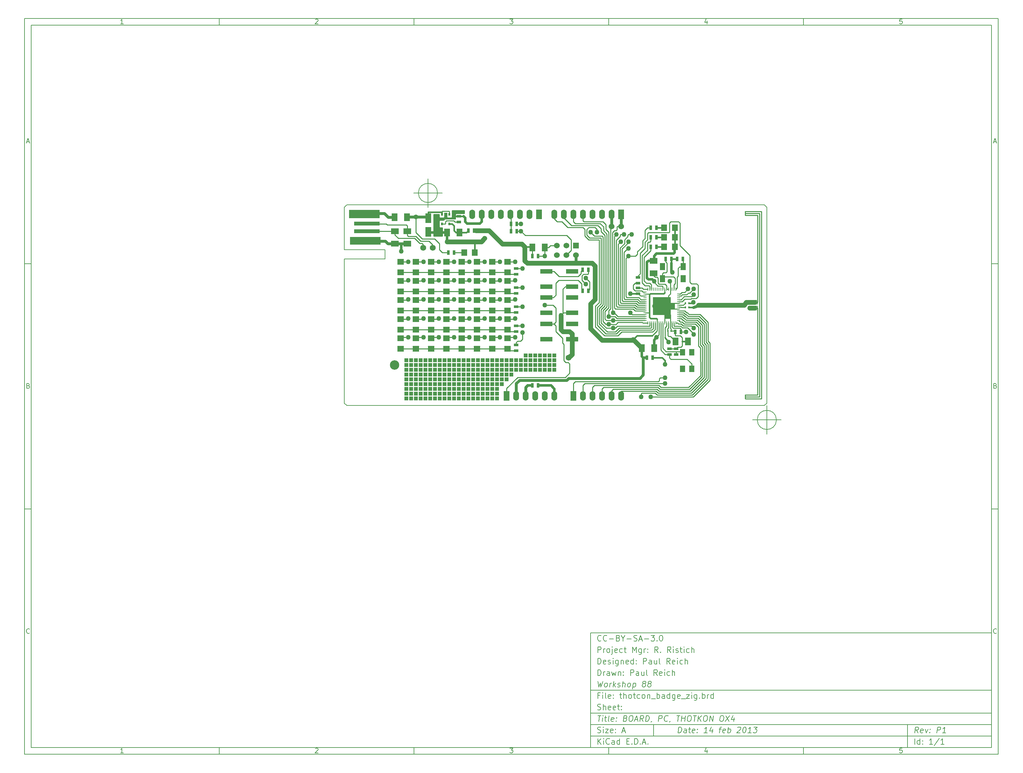
<source format=gtl>
G04 (created by PCBNEW (2012-11-15 BZR 3804)-stable) date Thu 14 Feb 2013 00:34:17 CST*
%MOIN*%
G04 Gerber Fmt 3.4, Leading zero omitted, Abs format*
%FSLAX34Y34*%
G01*
G70*
G90*
G04 APERTURE LIST*
%ADD10C,0.006*%
%ADD11C,0.00590551*%
%ADD12C,0.062*%
%ADD13R,0.04X0.04*%
%ADD14R,0.063X0.1024*%
%ADD15R,0.0629X0.0709*%
%ADD16C,0.06*%
%ADD17R,0.06X0.1*%
%ADD18O,0.06X0.1*%
%ADD19R,0.13X0.05*%
%ADD20R,0.0551X0.0709*%
%ADD21R,0.052X0.075*%
%ADD22R,0.02X0.03*%
%ADD23R,0.06X0.08*%
%ADD24R,0.08X0.06*%
%ADD25R,0.045X0.025*%
%ADD26R,0.025X0.045*%
%ADD27R,0.0157X0.0236*%
%ADD28R,0.06X0.06*%
%ADD29R,0.05X0.05*%
%ADD30R,0.01X0.05*%
%ADD31R,0.01X0.01*%
%ADD32R,0.0709X0.0629*%
%ADD33R,0.32X0.09*%
%ADD34R,0.27X0.04*%
%ADD35R,0.32X0.08*%
%ADD36C,0.0985*%
%ADD37R,0.0106299X0.0334*%
%ADD38R,0.0334X0.0106299*%
%ADD39R,0.045X0.045*%
%ADD40R,0.095X0.045*%
%ADD41R,0.045X0.095*%
%ADD42R,0.0984252X0.0984252*%
%ADD43C,0.05*%
%ADD44C,0.015*%
%ADD45C,0.01*%
%ADD46C,0.009*%
%ADD47C,0.05*%
%ADD48C,0.03*%
%ADD49C,0.025*%
%ADD50C,0.002*%
G04 APERTURE END LIST*
G54D10*
X-38750Y36250D02*
X63250Y36250D01*
X63250Y-40750D01*
X-38750Y-40750D01*
X-38750Y36250D01*
X-38050Y35550D02*
X62550Y35550D01*
X62550Y-40050D01*
X-38050Y-40050D01*
X-38050Y35550D01*
X-18350Y36250D02*
X-18350Y35550D01*
X-28407Y35697D02*
X-28692Y35697D01*
X-28550Y35697D02*
X-28550Y36197D01*
X-28597Y36126D01*
X-28645Y36078D01*
X-28692Y36054D01*
X-18350Y-40750D02*
X-18350Y-40050D01*
X-28407Y-40602D02*
X-28692Y-40602D01*
X-28550Y-40602D02*
X-28550Y-40102D01*
X-28597Y-40173D01*
X-28645Y-40221D01*
X-28692Y-40245D01*
X2050Y36250D02*
X2050Y35550D01*
X-8292Y36150D02*
X-8269Y36173D01*
X-8221Y36197D01*
X-8102Y36197D01*
X-8054Y36173D01*
X-8030Y36150D01*
X-8007Y36102D01*
X-8007Y36054D01*
X-8030Y35983D01*
X-8316Y35697D01*
X-8007Y35697D01*
X2050Y-40750D02*
X2050Y-40050D01*
X-8292Y-40150D02*
X-8269Y-40126D01*
X-8221Y-40102D01*
X-8102Y-40102D01*
X-8054Y-40126D01*
X-8030Y-40150D01*
X-8007Y-40197D01*
X-8007Y-40245D01*
X-8030Y-40316D01*
X-8316Y-40602D01*
X-8007Y-40602D01*
X22450Y36250D02*
X22450Y35550D01*
X12083Y36197D02*
X12392Y36197D01*
X12226Y36007D01*
X12297Y36007D01*
X12345Y35983D01*
X12369Y35959D01*
X12392Y35911D01*
X12392Y35792D01*
X12369Y35745D01*
X12345Y35721D01*
X12297Y35697D01*
X12154Y35697D01*
X12107Y35721D01*
X12083Y35745D01*
X22450Y-40750D02*
X22450Y-40050D01*
X12083Y-40102D02*
X12392Y-40102D01*
X12226Y-40292D01*
X12297Y-40292D01*
X12345Y-40316D01*
X12369Y-40340D01*
X12392Y-40388D01*
X12392Y-40507D01*
X12369Y-40554D01*
X12345Y-40578D01*
X12297Y-40602D01*
X12154Y-40602D01*
X12107Y-40578D01*
X12083Y-40554D01*
X42850Y36250D02*
X42850Y35550D01*
X32745Y36030D02*
X32745Y35697D01*
X32626Y36221D02*
X32507Y35864D01*
X32816Y35864D01*
X42850Y-40750D02*
X42850Y-40050D01*
X32745Y-40269D02*
X32745Y-40602D01*
X32626Y-40078D02*
X32507Y-40435D01*
X32816Y-40435D01*
X53169Y36197D02*
X52930Y36197D01*
X52907Y35959D01*
X52930Y35983D01*
X52978Y36007D01*
X53097Y36007D01*
X53145Y35983D01*
X53169Y35959D01*
X53192Y35911D01*
X53192Y35792D01*
X53169Y35745D01*
X53145Y35721D01*
X53097Y35697D01*
X52978Y35697D01*
X52930Y35721D01*
X52907Y35745D01*
X53169Y-40102D02*
X52930Y-40102D01*
X52907Y-40340D01*
X52930Y-40316D01*
X52978Y-40292D01*
X53097Y-40292D01*
X53145Y-40316D01*
X53169Y-40340D01*
X53192Y-40388D01*
X53192Y-40507D01*
X53169Y-40554D01*
X53145Y-40578D01*
X53097Y-40602D01*
X52978Y-40602D01*
X52930Y-40578D01*
X52907Y-40554D01*
X-38750Y10590D02*
X-38050Y10590D01*
X-38519Y23360D02*
X-38280Y23360D01*
X-38566Y23217D02*
X-38399Y23717D01*
X-38233Y23217D01*
X63250Y10590D02*
X62550Y10590D01*
X62780Y23360D02*
X63019Y23360D01*
X62733Y23217D02*
X62900Y23717D01*
X63066Y23217D01*
X-38750Y-15070D02*
X-38050Y-15070D01*
X-38364Y-2180D02*
X-38292Y-2204D01*
X-38269Y-2228D01*
X-38245Y-2275D01*
X-38245Y-2347D01*
X-38269Y-2394D01*
X-38292Y-2418D01*
X-38340Y-2442D01*
X-38530Y-2442D01*
X-38530Y-1942D01*
X-38364Y-1942D01*
X-38316Y-1966D01*
X-38292Y-1990D01*
X-38269Y-2037D01*
X-38269Y-2085D01*
X-38292Y-2132D01*
X-38316Y-2156D01*
X-38364Y-2180D01*
X-38530Y-2180D01*
X63250Y-15070D02*
X62550Y-15070D01*
X62935Y-2180D02*
X63007Y-2204D01*
X63030Y-2228D01*
X63054Y-2275D01*
X63054Y-2347D01*
X63030Y-2394D01*
X63007Y-2418D01*
X62959Y-2442D01*
X62769Y-2442D01*
X62769Y-1942D01*
X62935Y-1942D01*
X62983Y-1966D01*
X63007Y-1990D01*
X63030Y-2037D01*
X63030Y-2085D01*
X63007Y-2132D01*
X62983Y-2156D01*
X62935Y-2180D01*
X62769Y-2180D01*
X-38245Y-28054D02*
X-38269Y-28078D01*
X-38340Y-28102D01*
X-38388Y-28102D01*
X-38459Y-28078D01*
X-38507Y-28030D01*
X-38530Y-27983D01*
X-38554Y-27888D01*
X-38554Y-27816D01*
X-38530Y-27721D01*
X-38507Y-27673D01*
X-38459Y-27626D01*
X-38388Y-27602D01*
X-38340Y-27602D01*
X-38269Y-27626D01*
X-38245Y-27650D01*
X63054Y-28054D02*
X63030Y-28078D01*
X62959Y-28102D01*
X62911Y-28102D01*
X62840Y-28078D01*
X62792Y-28030D01*
X62769Y-27983D01*
X62745Y-27888D01*
X62745Y-27816D01*
X62769Y-27721D01*
X62792Y-27673D01*
X62840Y-27626D01*
X62911Y-27602D01*
X62959Y-27602D01*
X63030Y-27626D01*
X63054Y-27650D01*
X29700Y-38492D02*
X29775Y-37892D01*
X29917Y-37892D01*
X30000Y-37921D01*
X30050Y-37978D01*
X30071Y-38035D01*
X30085Y-38150D01*
X30075Y-38235D01*
X30032Y-38350D01*
X29996Y-38407D01*
X29932Y-38464D01*
X29842Y-38492D01*
X29700Y-38492D01*
X30557Y-38492D02*
X30596Y-38178D01*
X30575Y-38121D01*
X30521Y-38092D01*
X30407Y-38092D01*
X30346Y-38121D01*
X30560Y-38464D02*
X30500Y-38492D01*
X30357Y-38492D01*
X30303Y-38464D01*
X30282Y-38407D01*
X30289Y-38350D01*
X30325Y-38292D01*
X30385Y-38264D01*
X30528Y-38264D01*
X30589Y-38235D01*
X30807Y-38092D02*
X31035Y-38092D01*
X30917Y-37892D02*
X30853Y-38407D01*
X30875Y-38464D01*
X30928Y-38492D01*
X30985Y-38492D01*
X31417Y-38464D02*
X31357Y-38492D01*
X31242Y-38492D01*
X31189Y-38464D01*
X31167Y-38407D01*
X31196Y-38178D01*
X31232Y-38121D01*
X31292Y-38092D01*
X31407Y-38092D01*
X31460Y-38121D01*
X31482Y-38178D01*
X31475Y-38235D01*
X31182Y-38292D01*
X31707Y-38435D02*
X31732Y-38464D01*
X31700Y-38492D01*
X31675Y-38464D01*
X31707Y-38435D01*
X31700Y-38492D01*
X31746Y-38121D02*
X31771Y-38150D01*
X31739Y-38178D01*
X31714Y-38150D01*
X31746Y-38121D01*
X31739Y-38178D01*
X32757Y-38492D02*
X32414Y-38492D01*
X32585Y-38492D02*
X32660Y-37892D01*
X32592Y-37978D01*
X32528Y-38035D01*
X32467Y-38064D01*
X33321Y-38092D02*
X33271Y-38492D01*
X33207Y-37864D02*
X33010Y-38292D01*
X33382Y-38292D01*
X34007Y-38092D02*
X34235Y-38092D01*
X34042Y-38492D02*
X34107Y-37978D01*
X34142Y-37921D01*
X34203Y-37892D01*
X34260Y-37892D01*
X34617Y-38464D02*
X34557Y-38492D01*
X34442Y-38492D01*
X34389Y-38464D01*
X34367Y-38407D01*
X34396Y-38178D01*
X34432Y-38121D01*
X34492Y-38092D01*
X34607Y-38092D01*
X34660Y-38121D01*
X34682Y-38178D01*
X34675Y-38235D01*
X34382Y-38292D01*
X34900Y-38492D02*
X34975Y-37892D01*
X34946Y-38121D02*
X35007Y-38092D01*
X35121Y-38092D01*
X35175Y-38121D01*
X35200Y-38150D01*
X35221Y-38207D01*
X35200Y-38378D01*
X35164Y-38435D01*
X35132Y-38464D01*
X35071Y-38492D01*
X34957Y-38492D01*
X34903Y-38464D01*
X35939Y-37950D02*
X35971Y-37921D01*
X36032Y-37892D01*
X36175Y-37892D01*
X36228Y-37921D01*
X36253Y-37950D01*
X36275Y-38007D01*
X36267Y-38064D01*
X36228Y-38150D01*
X35842Y-38492D01*
X36214Y-38492D01*
X36660Y-37892D02*
X36717Y-37892D01*
X36771Y-37921D01*
X36796Y-37950D01*
X36817Y-38007D01*
X36832Y-38121D01*
X36814Y-38264D01*
X36771Y-38378D01*
X36735Y-38435D01*
X36703Y-38464D01*
X36642Y-38492D01*
X36585Y-38492D01*
X36532Y-38464D01*
X36507Y-38435D01*
X36485Y-38378D01*
X36471Y-38264D01*
X36489Y-38121D01*
X36532Y-38007D01*
X36567Y-37950D01*
X36600Y-37921D01*
X36660Y-37892D01*
X37357Y-38492D02*
X37014Y-38492D01*
X37185Y-38492D02*
X37260Y-37892D01*
X37192Y-37978D01*
X37128Y-38035D01*
X37067Y-38064D01*
X37632Y-37892D02*
X38003Y-37892D01*
X37775Y-38121D01*
X37860Y-38121D01*
X37914Y-38150D01*
X37939Y-38178D01*
X37960Y-38235D01*
X37942Y-38378D01*
X37907Y-38435D01*
X37875Y-38464D01*
X37814Y-38492D01*
X37642Y-38492D01*
X37589Y-38464D01*
X37564Y-38435D01*
X21292Y-39692D02*
X21292Y-39092D01*
X21635Y-39692D02*
X21378Y-39350D01*
X21635Y-39092D02*
X21292Y-39435D01*
X21892Y-39692D02*
X21892Y-39292D01*
X21892Y-39092D02*
X21864Y-39121D01*
X21892Y-39150D01*
X21921Y-39121D01*
X21892Y-39092D01*
X21892Y-39150D01*
X22521Y-39635D02*
X22492Y-39664D01*
X22407Y-39692D01*
X22350Y-39692D01*
X22264Y-39664D01*
X22207Y-39607D01*
X22178Y-39550D01*
X22150Y-39435D01*
X22150Y-39350D01*
X22178Y-39235D01*
X22207Y-39178D01*
X22264Y-39121D01*
X22350Y-39092D01*
X22407Y-39092D01*
X22492Y-39121D01*
X22521Y-39150D01*
X23035Y-39692D02*
X23035Y-39378D01*
X23007Y-39321D01*
X22950Y-39292D01*
X22835Y-39292D01*
X22778Y-39321D01*
X23035Y-39664D02*
X22978Y-39692D01*
X22835Y-39692D01*
X22778Y-39664D01*
X22750Y-39607D01*
X22750Y-39550D01*
X22778Y-39492D01*
X22835Y-39464D01*
X22978Y-39464D01*
X23035Y-39435D01*
X23578Y-39692D02*
X23578Y-39092D01*
X23578Y-39664D02*
X23521Y-39692D01*
X23407Y-39692D01*
X23350Y-39664D01*
X23321Y-39635D01*
X23292Y-39578D01*
X23292Y-39407D01*
X23321Y-39350D01*
X23350Y-39321D01*
X23407Y-39292D01*
X23521Y-39292D01*
X23578Y-39321D01*
X24321Y-39378D02*
X24521Y-39378D01*
X24607Y-39692D02*
X24321Y-39692D01*
X24321Y-39092D01*
X24607Y-39092D01*
X24864Y-39635D02*
X24892Y-39664D01*
X24864Y-39692D01*
X24835Y-39664D01*
X24864Y-39635D01*
X24864Y-39692D01*
X25149Y-39692D02*
X25149Y-39092D01*
X25292Y-39092D01*
X25378Y-39121D01*
X25435Y-39178D01*
X25464Y-39235D01*
X25492Y-39350D01*
X25492Y-39435D01*
X25464Y-39550D01*
X25435Y-39607D01*
X25378Y-39664D01*
X25292Y-39692D01*
X25149Y-39692D01*
X25749Y-39635D02*
X25778Y-39664D01*
X25749Y-39692D01*
X25721Y-39664D01*
X25749Y-39635D01*
X25749Y-39692D01*
X26007Y-39521D02*
X26292Y-39521D01*
X25949Y-39692D02*
X26149Y-39092D01*
X26349Y-39692D01*
X26549Y-39635D02*
X26578Y-39664D01*
X26549Y-39692D01*
X26521Y-39664D01*
X26549Y-39635D01*
X26549Y-39692D01*
X54842Y-38492D02*
X54678Y-38207D01*
X54500Y-38492D02*
X54575Y-37892D01*
X54803Y-37892D01*
X54857Y-37921D01*
X54882Y-37950D01*
X54903Y-38007D01*
X54892Y-38092D01*
X54857Y-38150D01*
X54825Y-38178D01*
X54764Y-38207D01*
X54535Y-38207D01*
X55332Y-38464D02*
X55271Y-38492D01*
X55157Y-38492D01*
X55103Y-38464D01*
X55082Y-38407D01*
X55110Y-38178D01*
X55146Y-38121D01*
X55207Y-38092D01*
X55321Y-38092D01*
X55375Y-38121D01*
X55396Y-38178D01*
X55389Y-38235D01*
X55096Y-38292D01*
X55607Y-38092D02*
X55700Y-38492D01*
X55892Y-38092D01*
X56078Y-38435D02*
X56103Y-38464D01*
X56071Y-38492D01*
X56046Y-38464D01*
X56078Y-38435D01*
X56071Y-38492D01*
X56117Y-38121D02*
X56142Y-38150D01*
X56110Y-38178D01*
X56085Y-38150D01*
X56117Y-38121D01*
X56110Y-38178D01*
X56814Y-38492D02*
X56889Y-37892D01*
X57117Y-37892D01*
X57171Y-37921D01*
X57196Y-37950D01*
X57217Y-38007D01*
X57207Y-38092D01*
X57171Y-38150D01*
X57139Y-38178D01*
X57078Y-38207D01*
X56850Y-38207D01*
X57728Y-38492D02*
X57385Y-38492D01*
X57557Y-38492D02*
X57632Y-37892D01*
X57564Y-37978D01*
X57500Y-38035D01*
X57439Y-38064D01*
X21264Y-38464D02*
X21350Y-38492D01*
X21492Y-38492D01*
X21550Y-38464D01*
X21578Y-38435D01*
X21607Y-38378D01*
X21607Y-38321D01*
X21578Y-38264D01*
X21550Y-38235D01*
X21492Y-38207D01*
X21378Y-38178D01*
X21321Y-38150D01*
X21292Y-38121D01*
X21264Y-38064D01*
X21264Y-38007D01*
X21292Y-37950D01*
X21321Y-37921D01*
X21378Y-37892D01*
X21521Y-37892D01*
X21607Y-37921D01*
X21864Y-38492D02*
X21864Y-38092D01*
X21864Y-37892D02*
X21835Y-37921D01*
X21864Y-37950D01*
X21892Y-37921D01*
X21864Y-37892D01*
X21864Y-37950D01*
X22092Y-38092D02*
X22407Y-38092D01*
X22092Y-38492D01*
X22407Y-38492D01*
X22864Y-38464D02*
X22807Y-38492D01*
X22692Y-38492D01*
X22635Y-38464D01*
X22607Y-38407D01*
X22607Y-38178D01*
X22635Y-38121D01*
X22692Y-38092D01*
X22807Y-38092D01*
X22864Y-38121D01*
X22892Y-38178D01*
X22892Y-38235D01*
X22607Y-38292D01*
X23150Y-38435D02*
X23178Y-38464D01*
X23150Y-38492D01*
X23121Y-38464D01*
X23150Y-38435D01*
X23150Y-38492D01*
X23150Y-38121D02*
X23178Y-38150D01*
X23150Y-38178D01*
X23121Y-38150D01*
X23150Y-38121D01*
X23150Y-38178D01*
X23864Y-38321D02*
X24150Y-38321D01*
X23807Y-38492D02*
X24007Y-37892D01*
X24207Y-38492D01*
X54492Y-39692D02*
X54492Y-39092D01*
X55035Y-39692D02*
X55035Y-39092D01*
X55035Y-39664D02*
X54978Y-39692D01*
X54864Y-39692D01*
X54807Y-39664D01*
X54778Y-39635D01*
X54750Y-39578D01*
X54750Y-39407D01*
X54778Y-39350D01*
X54807Y-39321D01*
X54864Y-39292D01*
X54978Y-39292D01*
X55035Y-39321D01*
X55321Y-39635D02*
X55350Y-39664D01*
X55321Y-39692D01*
X55292Y-39664D01*
X55321Y-39635D01*
X55321Y-39692D01*
X55321Y-39321D02*
X55350Y-39350D01*
X55321Y-39378D01*
X55292Y-39350D01*
X55321Y-39321D01*
X55321Y-39378D01*
X56378Y-39692D02*
X56035Y-39692D01*
X56207Y-39692D02*
X56207Y-39092D01*
X56149Y-39178D01*
X56092Y-39235D01*
X56035Y-39264D01*
X57064Y-39064D02*
X56550Y-39835D01*
X57578Y-39692D02*
X57235Y-39692D01*
X57407Y-39692D02*
X57407Y-39092D01*
X57349Y-39178D01*
X57292Y-39235D01*
X57235Y-39264D01*
X21289Y-36692D02*
X21632Y-36692D01*
X21385Y-37292D02*
X21460Y-36692D01*
X21757Y-37292D02*
X21807Y-36892D01*
X21832Y-36692D02*
X21800Y-36721D01*
X21825Y-36750D01*
X21857Y-36721D01*
X21832Y-36692D01*
X21825Y-36750D01*
X22007Y-36892D02*
X22235Y-36892D01*
X22117Y-36692D02*
X22053Y-37207D01*
X22075Y-37264D01*
X22128Y-37292D01*
X22185Y-37292D01*
X22471Y-37292D02*
X22417Y-37264D01*
X22396Y-37207D01*
X22460Y-36692D01*
X22932Y-37264D02*
X22871Y-37292D01*
X22757Y-37292D01*
X22703Y-37264D01*
X22682Y-37207D01*
X22710Y-36978D01*
X22746Y-36921D01*
X22807Y-36892D01*
X22921Y-36892D01*
X22975Y-36921D01*
X22996Y-36978D01*
X22989Y-37035D01*
X22696Y-37092D01*
X23221Y-37235D02*
X23246Y-37264D01*
X23214Y-37292D01*
X23189Y-37264D01*
X23221Y-37235D01*
X23214Y-37292D01*
X23260Y-36921D02*
X23285Y-36950D01*
X23253Y-36978D01*
X23228Y-36950D01*
X23260Y-36921D01*
X23253Y-36978D01*
X24196Y-36978D02*
X24278Y-37007D01*
X24303Y-37035D01*
X24325Y-37092D01*
X24314Y-37178D01*
X24278Y-37235D01*
X24246Y-37264D01*
X24185Y-37292D01*
X23957Y-37292D01*
X24032Y-36692D01*
X24232Y-36692D01*
X24285Y-36721D01*
X24310Y-36750D01*
X24332Y-36807D01*
X24325Y-36864D01*
X24289Y-36921D01*
X24257Y-36950D01*
X24196Y-36978D01*
X23996Y-36978D01*
X24746Y-36692D02*
X24860Y-36692D01*
X24914Y-36721D01*
X24964Y-36778D01*
X24978Y-36892D01*
X24953Y-37092D01*
X24910Y-37207D01*
X24846Y-37264D01*
X24785Y-37292D01*
X24671Y-37292D01*
X24617Y-37264D01*
X24567Y-37207D01*
X24553Y-37092D01*
X24578Y-36892D01*
X24621Y-36778D01*
X24685Y-36721D01*
X24746Y-36692D01*
X25178Y-37121D02*
X25464Y-37121D01*
X25100Y-37292D02*
X25375Y-36692D01*
X25500Y-37292D01*
X26042Y-37292D02*
X25878Y-37007D01*
X25700Y-37292D02*
X25775Y-36692D01*
X26003Y-36692D01*
X26057Y-36721D01*
X26082Y-36750D01*
X26103Y-36807D01*
X26092Y-36892D01*
X26057Y-36950D01*
X26025Y-36978D01*
X25964Y-37007D01*
X25735Y-37007D01*
X26300Y-37292D02*
X26375Y-36692D01*
X26517Y-36692D01*
X26600Y-36721D01*
X26650Y-36778D01*
X26671Y-36835D01*
X26685Y-36950D01*
X26675Y-37035D01*
X26632Y-37150D01*
X26596Y-37207D01*
X26532Y-37264D01*
X26442Y-37292D01*
X26300Y-37292D01*
X26932Y-37264D02*
X26928Y-37292D01*
X26892Y-37350D01*
X26860Y-37378D01*
X27642Y-37292D02*
X27717Y-36692D01*
X27946Y-36692D01*
X27999Y-36721D01*
X28025Y-36750D01*
X28046Y-36807D01*
X28035Y-36892D01*
X28000Y-36950D01*
X27967Y-36978D01*
X27907Y-37007D01*
X27678Y-37007D01*
X28592Y-37235D02*
X28560Y-37264D01*
X28471Y-37292D01*
X28414Y-37292D01*
X28332Y-37264D01*
X28282Y-37207D01*
X28260Y-37150D01*
X28246Y-37035D01*
X28257Y-36950D01*
X28300Y-36835D01*
X28335Y-36778D01*
X28399Y-36721D01*
X28489Y-36692D01*
X28546Y-36692D01*
X28628Y-36721D01*
X28653Y-36750D01*
X28875Y-37264D02*
X28871Y-37292D01*
X28835Y-37350D01*
X28803Y-37378D01*
X29575Y-36692D02*
X29917Y-36692D01*
X29671Y-37292D02*
X29746Y-36692D01*
X30042Y-37292D02*
X30117Y-36692D01*
X30082Y-36978D02*
X30425Y-36978D01*
X30385Y-37292D02*
X30460Y-36692D01*
X30860Y-36692D02*
X30975Y-36692D01*
X31028Y-36721D01*
X31078Y-36778D01*
X31092Y-36892D01*
X31067Y-37092D01*
X31024Y-37207D01*
X30960Y-37264D01*
X30900Y-37292D01*
X30785Y-37292D01*
X30732Y-37264D01*
X30682Y-37207D01*
X30667Y-37092D01*
X30692Y-36892D01*
X30735Y-36778D01*
X30799Y-36721D01*
X30860Y-36692D01*
X31289Y-36692D02*
X31632Y-36692D01*
X31385Y-37292D02*
X31460Y-36692D01*
X31757Y-37292D02*
X31832Y-36692D01*
X32099Y-37292D02*
X31885Y-36950D01*
X32174Y-36692D02*
X31789Y-37035D01*
X32546Y-36692D02*
X32660Y-36692D01*
X32714Y-36721D01*
X32764Y-36778D01*
X32778Y-36892D01*
X32753Y-37092D01*
X32710Y-37207D01*
X32646Y-37264D01*
X32585Y-37292D01*
X32471Y-37292D01*
X32417Y-37264D01*
X32367Y-37207D01*
X32353Y-37092D01*
X32378Y-36892D01*
X32421Y-36778D01*
X32485Y-36721D01*
X32546Y-36692D01*
X32985Y-37292D02*
X33060Y-36692D01*
X33328Y-37292D01*
X33403Y-36692D01*
X34260Y-36692D02*
X34374Y-36692D01*
X34428Y-36721D01*
X34478Y-36778D01*
X34492Y-36892D01*
X34467Y-37092D01*
X34424Y-37207D01*
X34360Y-37264D01*
X34299Y-37292D01*
X34185Y-37292D01*
X34132Y-37264D01*
X34082Y-37207D01*
X34067Y-37092D01*
X34092Y-36892D01*
X34135Y-36778D01*
X34199Y-36721D01*
X34260Y-36692D01*
X34717Y-36692D02*
X35042Y-37292D01*
X35117Y-36692D02*
X34642Y-37292D01*
X35578Y-36892D02*
X35528Y-37292D01*
X35464Y-36664D02*
X35267Y-37092D01*
X35639Y-37092D01*
X21492Y-34578D02*
X21292Y-34578D01*
X21292Y-34892D02*
X21292Y-34292D01*
X21578Y-34292D01*
X21807Y-34892D02*
X21807Y-34492D01*
X21807Y-34292D02*
X21778Y-34321D01*
X21807Y-34350D01*
X21835Y-34321D01*
X21807Y-34292D01*
X21807Y-34350D01*
X22178Y-34892D02*
X22121Y-34864D01*
X22092Y-34807D01*
X22092Y-34292D01*
X22635Y-34864D02*
X22578Y-34892D01*
X22464Y-34892D01*
X22407Y-34864D01*
X22378Y-34807D01*
X22378Y-34578D01*
X22407Y-34521D01*
X22464Y-34492D01*
X22578Y-34492D01*
X22635Y-34521D01*
X22664Y-34578D01*
X22664Y-34635D01*
X22378Y-34692D01*
X22921Y-34835D02*
X22950Y-34864D01*
X22921Y-34892D01*
X22892Y-34864D01*
X22921Y-34835D01*
X22921Y-34892D01*
X22921Y-34521D02*
X22950Y-34550D01*
X22921Y-34578D01*
X22892Y-34550D01*
X22921Y-34521D01*
X22921Y-34578D01*
X23578Y-34492D02*
X23807Y-34492D01*
X23664Y-34292D02*
X23664Y-34807D01*
X23692Y-34864D01*
X23750Y-34892D01*
X23807Y-34892D01*
X24007Y-34892D02*
X24007Y-34292D01*
X24264Y-34892D02*
X24264Y-34578D01*
X24235Y-34521D01*
X24178Y-34492D01*
X24092Y-34492D01*
X24035Y-34521D01*
X24007Y-34550D01*
X24635Y-34892D02*
X24578Y-34864D01*
X24550Y-34835D01*
X24521Y-34778D01*
X24521Y-34607D01*
X24550Y-34550D01*
X24578Y-34521D01*
X24635Y-34492D01*
X24721Y-34492D01*
X24778Y-34521D01*
X24807Y-34550D01*
X24835Y-34607D01*
X24835Y-34778D01*
X24807Y-34835D01*
X24778Y-34864D01*
X24721Y-34892D01*
X24635Y-34892D01*
X25007Y-34492D02*
X25235Y-34492D01*
X25092Y-34292D02*
X25092Y-34807D01*
X25121Y-34864D01*
X25178Y-34892D01*
X25235Y-34892D01*
X25692Y-34864D02*
X25635Y-34892D01*
X25521Y-34892D01*
X25464Y-34864D01*
X25435Y-34835D01*
X25407Y-34778D01*
X25407Y-34607D01*
X25435Y-34550D01*
X25464Y-34521D01*
X25521Y-34492D01*
X25635Y-34492D01*
X25692Y-34521D01*
X26035Y-34892D02*
X25978Y-34864D01*
X25950Y-34835D01*
X25921Y-34778D01*
X25921Y-34607D01*
X25950Y-34550D01*
X25978Y-34521D01*
X26035Y-34492D01*
X26121Y-34492D01*
X26178Y-34521D01*
X26207Y-34550D01*
X26235Y-34607D01*
X26235Y-34778D01*
X26207Y-34835D01*
X26178Y-34864D01*
X26121Y-34892D01*
X26035Y-34892D01*
X26492Y-34492D02*
X26492Y-34892D01*
X26492Y-34550D02*
X26521Y-34521D01*
X26578Y-34492D01*
X26664Y-34492D01*
X26721Y-34521D01*
X26750Y-34578D01*
X26750Y-34892D01*
X26892Y-34950D02*
X27350Y-34950D01*
X27492Y-34892D02*
X27492Y-34292D01*
X27492Y-34521D02*
X27550Y-34492D01*
X27664Y-34492D01*
X27721Y-34521D01*
X27750Y-34550D01*
X27778Y-34607D01*
X27778Y-34778D01*
X27750Y-34835D01*
X27721Y-34864D01*
X27664Y-34892D01*
X27550Y-34892D01*
X27492Y-34864D01*
X28292Y-34892D02*
X28292Y-34578D01*
X28264Y-34521D01*
X28207Y-34492D01*
X28092Y-34492D01*
X28035Y-34521D01*
X28292Y-34864D02*
X28235Y-34892D01*
X28092Y-34892D01*
X28035Y-34864D01*
X28007Y-34807D01*
X28007Y-34750D01*
X28035Y-34692D01*
X28092Y-34664D01*
X28235Y-34664D01*
X28292Y-34635D01*
X28835Y-34892D02*
X28835Y-34292D01*
X28835Y-34864D02*
X28778Y-34892D01*
X28664Y-34892D01*
X28607Y-34864D01*
X28578Y-34835D01*
X28550Y-34778D01*
X28550Y-34607D01*
X28578Y-34550D01*
X28607Y-34521D01*
X28664Y-34492D01*
X28778Y-34492D01*
X28835Y-34521D01*
X29378Y-34492D02*
X29378Y-34978D01*
X29350Y-35035D01*
X29321Y-35064D01*
X29264Y-35092D01*
X29178Y-35092D01*
X29121Y-35064D01*
X29378Y-34864D02*
X29321Y-34892D01*
X29207Y-34892D01*
X29150Y-34864D01*
X29121Y-34835D01*
X29092Y-34778D01*
X29092Y-34607D01*
X29121Y-34550D01*
X29150Y-34521D01*
X29207Y-34492D01*
X29321Y-34492D01*
X29378Y-34521D01*
X29892Y-34864D02*
X29835Y-34892D01*
X29721Y-34892D01*
X29664Y-34864D01*
X29635Y-34807D01*
X29635Y-34578D01*
X29664Y-34521D01*
X29721Y-34492D01*
X29835Y-34492D01*
X29892Y-34521D01*
X29921Y-34578D01*
X29921Y-34635D01*
X29635Y-34692D01*
X30035Y-34950D02*
X30492Y-34950D01*
X30578Y-34492D02*
X30892Y-34492D01*
X30578Y-34892D01*
X30892Y-34892D01*
X31121Y-34892D02*
X31121Y-34492D01*
X31121Y-34292D02*
X31092Y-34321D01*
X31121Y-34350D01*
X31150Y-34321D01*
X31121Y-34292D01*
X31121Y-34350D01*
X31664Y-34492D02*
X31664Y-34978D01*
X31635Y-35035D01*
X31607Y-35064D01*
X31549Y-35092D01*
X31464Y-35092D01*
X31407Y-35064D01*
X31664Y-34864D02*
X31607Y-34892D01*
X31492Y-34892D01*
X31435Y-34864D01*
X31407Y-34835D01*
X31378Y-34778D01*
X31378Y-34607D01*
X31407Y-34550D01*
X31435Y-34521D01*
X31492Y-34492D01*
X31607Y-34492D01*
X31664Y-34521D01*
X31949Y-34835D02*
X31978Y-34864D01*
X31949Y-34892D01*
X31921Y-34864D01*
X31949Y-34835D01*
X31949Y-34892D01*
X32235Y-34892D02*
X32235Y-34292D01*
X32235Y-34521D02*
X32292Y-34492D01*
X32407Y-34492D01*
X32464Y-34521D01*
X32492Y-34550D01*
X32521Y-34607D01*
X32521Y-34778D01*
X32492Y-34835D01*
X32464Y-34864D01*
X32407Y-34892D01*
X32292Y-34892D01*
X32235Y-34864D01*
X32778Y-34892D02*
X32778Y-34492D01*
X32778Y-34607D02*
X32807Y-34550D01*
X32835Y-34521D01*
X32892Y-34492D01*
X32949Y-34492D01*
X33407Y-34892D02*
X33407Y-34292D01*
X33407Y-34864D02*
X33349Y-34892D01*
X33235Y-34892D01*
X33178Y-34864D01*
X33149Y-34835D01*
X33121Y-34778D01*
X33121Y-34607D01*
X33149Y-34550D01*
X33178Y-34521D01*
X33235Y-34492D01*
X33349Y-34492D01*
X33407Y-34521D01*
X21264Y-36064D02*
X21350Y-36092D01*
X21492Y-36092D01*
X21550Y-36064D01*
X21578Y-36035D01*
X21607Y-35978D01*
X21607Y-35921D01*
X21578Y-35864D01*
X21550Y-35835D01*
X21492Y-35807D01*
X21378Y-35778D01*
X21321Y-35750D01*
X21292Y-35721D01*
X21264Y-35664D01*
X21264Y-35607D01*
X21292Y-35550D01*
X21321Y-35521D01*
X21378Y-35492D01*
X21521Y-35492D01*
X21607Y-35521D01*
X21864Y-36092D02*
X21864Y-35492D01*
X22121Y-36092D02*
X22121Y-35778D01*
X22092Y-35721D01*
X22035Y-35692D01*
X21950Y-35692D01*
X21892Y-35721D01*
X21864Y-35750D01*
X22635Y-36064D02*
X22578Y-36092D01*
X22464Y-36092D01*
X22407Y-36064D01*
X22378Y-36007D01*
X22378Y-35778D01*
X22407Y-35721D01*
X22464Y-35692D01*
X22578Y-35692D01*
X22635Y-35721D01*
X22664Y-35778D01*
X22664Y-35835D01*
X22378Y-35892D01*
X23150Y-36064D02*
X23092Y-36092D01*
X22978Y-36092D01*
X22921Y-36064D01*
X22892Y-36007D01*
X22892Y-35778D01*
X22921Y-35721D01*
X22978Y-35692D01*
X23092Y-35692D01*
X23150Y-35721D01*
X23178Y-35778D01*
X23178Y-35835D01*
X22892Y-35892D01*
X23350Y-35692D02*
X23578Y-35692D01*
X23435Y-35492D02*
X23435Y-36007D01*
X23464Y-36064D01*
X23521Y-36092D01*
X23578Y-36092D01*
X23778Y-36035D02*
X23807Y-36064D01*
X23778Y-36092D01*
X23750Y-36064D01*
X23778Y-36035D01*
X23778Y-36092D01*
X23778Y-35721D02*
X23807Y-35750D01*
X23778Y-35778D01*
X23750Y-35750D01*
X23778Y-35721D01*
X23778Y-35778D01*
X21317Y-33092D02*
X21385Y-33692D01*
X21553Y-33264D01*
X21614Y-33692D01*
X21832Y-33092D01*
X22071Y-33692D02*
X22017Y-33664D01*
X21992Y-33635D01*
X21971Y-33578D01*
X21992Y-33407D01*
X22028Y-33350D01*
X22060Y-33321D01*
X22121Y-33292D01*
X22207Y-33292D01*
X22260Y-33321D01*
X22285Y-33350D01*
X22307Y-33407D01*
X22285Y-33578D01*
X22250Y-33635D01*
X22217Y-33664D01*
X22157Y-33692D01*
X22071Y-33692D01*
X22528Y-33692D02*
X22578Y-33292D01*
X22564Y-33407D02*
X22600Y-33350D01*
X22632Y-33321D01*
X22692Y-33292D01*
X22750Y-33292D01*
X22900Y-33692D02*
X22975Y-33092D01*
X22985Y-33464D02*
X23128Y-33692D01*
X23178Y-33292D02*
X22921Y-33521D01*
X23360Y-33664D02*
X23414Y-33692D01*
X23528Y-33692D01*
X23589Y-33664D01*
X23625Y-33607D01*
X23628Y-33578D01*
X23607Y-33521D01*
X23553Y-33492D01*
X23467Y-33492D01*
X23414Y-33464D01*
X23392Y-33407D01*
X23396Y-33378D01*
X23432Y-33321D01*
X23492Y-33292D01*
X23578Y-33292D01*
X23632Y-33321D01*
X23871Y-33692D02*
X23946Y-33092D01*
X24128Y-33692D02*
X24167Y-33378D01*
X24146Y-33321D01*
X24092Y-33292D01*
X24007Y-33292D01*
X23946Y-33321D01*
X23914Y-33350D01*
X24499Y-33692D02*
X24446Y-33664D01*
X24421Y-33635D01*
X24400Y-33578D01*
X24421Y-33407D01*
X24457Y-33350D01*
X24489Y-33321D01*
X24549Y-33292D01*
X24635Y-33292D01*
X24689Y-33321D01*
X24714Y-33350D01*
X24735Y-33407D01*
X24714Y-33578D01*
X24678Y-33635D01*
X24646Y-33664D01*
X24585Y-33692D01*
X24499Y-33692D01*
X25007Y-33292D02*
X24932Y-33892D01*
X25003Y-33321D02*
X25064Y-33292D01*
X25178Y-33292D01*
X25232Y-33321D01*
X25257Y-33350D01*
X25278Y-33407D01*
X25257Y-33578D01*
X25221Y-33635D01*
X25189Y-33664D01*
X25128Y-33692D01*
X25014Y-33692D01*
X24960Y-33664D01*
X26085Y-33350D02*
X26032Y-33321D01*
X26007Y-33292D01*
X25985Y-33235D01*
X25989Y-33207D01*
X26024Y-33150D01*
X26057Y-33121D01*
X26117Y-33092D01*
X26232Y-33092D01*
X26285Y-33121D01*
X26310Y-33150D01*
X26332Y-33207D01*
X26328Y-33235D01*
X26292Y-33292D01*
X26260Y-33321D01*
X26199Y-33350D01*
X26085Y-33350D01*
X26025Y-33378D01*
X25992Y-33407D01*
X25957Y-33464D01*
X25942Y-33578D01*
X25964Y-33635D01*
X25989Y-33664D01*
X26042Y-33692D01*
X26157Y-33692D01*
X26217Y-33664D01*
X26249Y-33635D01*
X26285Y-33578D01*
X26299Y-33464D01*
X26278Y-33407D01*
X26253Y-33378D01*
X26199Y-33350D01*
X26657Y-33350D02*
X26603Y-33321D01*
X26578Y-33292D01*
X26557Y-33235D01*
X26560Y-33207D01*
X26596Y-33150D01*
X26628Y-33121D01*
X26689Y-33092D01*
X26803Y-33092D01*
X26857Y-33121D01*
X26882Y-33150D01*
X26903Y-33207D01*
X26900Y-33235D01*
X26864Y-33292D01*
X26832Y-33321D01*
X26771Y-33350D01*
X26657Y-33350D01*
X26596Y-33378D01*
X26564Y-33407D01*
X26528Y-33464D01*
X26514Y-33578D01*
X26535Y-33635D01*
X26560Y-33664D01*
X26614Y-33692D01*
X26728Y-33692D01*
X26789Y-33664D01*
X26821Y-33635D01*
X26857Y-33578D01*
X26871Y-33464D01*
X26849Y-33407D01*
X26825Y-33378D01*
X26771Y-33350D01*
X21292Y-32492D02*
X21292Y-31892D01*
X21435Y-31892D01*
X21521Y-31921D01*
X21578Y-31978D01*
X21607Y-32035D01*
X21635Y-32150D01*
X21635Y-32235D01*
X21607Y-32350D01*
X21578Y-32407D01*
X21521Y-32464D01*
X21435Y-32492D01*
X21292Y-32492D01*
X21892Y-32492D02*
X21892Y-32092D01*
X21892Y-32207D02*
X21921Y-32150D01*
X21950Y-32121D01*
X22007Y-32092D01*
X22064Y-32092D01*
X22521Y-32492D02*
X22521Y-32178D01*
X22492Y-32121D01*
X22435Y-32092D01*
X22321Y-32092D01*
X22264Y-32121D01*
X22521Y-32464D02*
X22464Y-32492D01*
X22321Y-32492D01*
X22264Y-32464D01*
X22235Y-32407D01*
X22235Y-32350D01*
X22264Y-32292D01*
X22321Y-32264D01*
X22464Y-32264D01*
X22521Y-32235D01*
X22750Y-32092D02*
X22864Y-32492D01*
X22978Y-32207D01*
X23092Y-32492D01*
X23207Y-32092D01*
X23435Y-32092D02*
X23435Y-32492D01*
X23435Y-32150D02*
X23464Y-32121D01*
X23521Y-32092D01*
X23607Y-32092D01*
X23664Y-32121D01*
X23692Y-32178D01*
X23692Y-32492D01*
X23978Y-32435D02*
X24007Y-32464D01*
X23978Y-32492D01*
X23950Y-32464D01*
X23978Y-32435D01*
X23978Y-32492D01*
X23978Y-32121D02*
X24007Y-32150D01*
X23978Y-32178D01*
X23950Y-32150D01*
X23978Y-32121D01*
X23978Y-32178D01*
X24721Y-32492D02*
X24721Y-31892D01*
X24950Y-31892D01*
X25007Y-31921D01*
X25035Y-31950D01*
X25064Y-32007D01*
X25064Y-32092D01*
X25035Y-32150D01*
X25007Y-32178D01*
X24950Y-32207D01*
X24721Y-32207D01*
X25578Y-32492D02*
X25578Y-32178D01*
X25550Y-32121D01*
X25492Y-32092D01*
X25378Y-32092D01*
X25321Y-32121D01*
X25578Y-32464D02*
X25521Y-32492D01*
X25378Y-32492D01*
X25321Y-32464D01*
X25292Y-32407D01*
X25292Y-32350D01*
X25321Y-32292D01*
X25378Y-32264D01*
X25521Y-32264D01*
X25578Y-32235D01*
X26121Y-32092D02*
X26121Y-32492D01*
X25864Y-32092D02*
X25864Y-32407D01*
X25892Y-32464D01*
X25949Y-32492D01*
X26035Y-32492D01*
X26092Y-32464D01*
X26121Y-32435D01*
X26492Y-32492D02*
X26435Y-32464D01*
X26407Y-32407D01*
X26407Y-31892D01*
X27521Y-32492D02*
X27321Y-32207D01*
X27178Y-32492D02*
X27178Y-31892D01*
X27407Y-31892D01*
X27464Y-31921D01*
X27492Y-31950D01*
X27521Y-32007D01*
X27521Y-32092D01*
X27492Y-32150D01*
X27464Y-32178D01*
X27407Y-32207D01*
X27178Y-32207D01*
X28007Y-32464D02*
X27950Y-32492D01*
X27835Y-32492D01*
X27778Y-32464D01*
X27750Y-32407D01*
X27750Y-32178D01*
X27778Y-32121D01*
X27835Y-32092D01*
X27950Y-32092D01*
X28007Y-32121D01*
X28035Y-32178D01*
X28035Y-32235D01*
X27750Y-32292D01*
X28292Y-32492D02*
X28292Y-32092D01*
X28292Y-31892D02*
X28264Y-31921D01*
X28292Y-31950D01*
X28321Y-31921D01*
X28292Y-31892D01*
X28292Y-31950D01*
X28835Y-32464D02*
X28778Y-32492D01*
X28664Y-32492D01*
X28607Y-32464D01*
X28578Y-32435D01*
X28550Y-32378D01*
X28550Y-32207D01*
X28578Y-32150D01*
X28607Y-32121D01*
X28664Y-32092D01*
X28778Y-32092D01*
X28835Y-32121D01*
X29092Y-32492D02*
X29092Y-31892D01*
X29350Y-32492D02*
X29350Y-32178D01*
X29321Y-32121D01*
X29264Y-32092D01*
X29178Y-32092D01*
X29121Y-32121D01*
X29092Y-32150D01*
X21292Y-31292D02*
X21292Y-30692D01*
X21435Y-30692D01*
X21521Y-30721D01*
X21578Y-30778D01*
X21607Y-30835D01*
X21635Y-30950D01*
X21635Y-31035D01*
X21607Y-31150D01*
X21578Y-31207D01*
X21521Y-31264D01*
X21435Y-31292D01*
X21292Y-31292D01*
X22121Y-31264D02*
X22064Y-31292D01*
X21950Y-31292D01*
X21892Y-31264D01*
X21864Y-31207D01*
X21864Y-30978D01*
X21892Y-30921D01*
X21950Y-30892D01*
X22064Y-30892D01*
X22121Y-30921D01*
X22150Y-30978D01*
X22150Y-31035D01*
X21864Y-31092D01*
X22378Y-31264D02*
X22435Y-31292D01*
X22550Y-31292D01*
X22607Y-31264D01*
X22635Y-31207D01*
X22635Y-31178D01*
X22607Y-31121D01*
X22550Y-31092D01*
X22464Y-31092D01*
X22407Y-31064D01*
X22378Y-31007D01*
X22378Y-30978D01*
X22407Y-30921D01*
X22464Y-30892D01*
X22550Y-30892D01*
X22607Y-30921D01*
X22892Y-31292D02*
X22892Y-30892D01*
X22892Y-30692D02*
X22864Y-30721D01*
X22892Y-30750D01*
X22921Y-30721D01*
X22892Y-30692D01*
X22892Y-30750D01*
X23435Y-30892D02*
X23435Y-31378D01*
X23407Y-31435D01*
X23378Y-31464D01*
X23321Y-31492D01*
X23235Y-31492D01*
X23178Y-31464D01*
X23435Y-31264D02*
X23378Y-31292D01*
X23264Y-31292D01*
X23207Y-31264D01*
X23178Y-31235D01*
X23150Y-31178D01*
X23150Y-31007D01*
X23178Y-30950D01*
X23207Y-30921D01*
X23264Y-30892D01*
X23378Y-30892D01*
X23435Y-30921D01*
X23721Y-30892D02*
X23721Y-31292D01*
X23721Y-30950D02*
X23750Y-30921D01*
X23807Y-30892D01*
X23892Y-30892D01*
X23950Y-30921D01*
X23978Y-30978D01*
X23978Y-31292D01*
X24492Y-31264D02*
X24435Y-31292D01*
X24321Y-31292D01*
X24264Y-31264D01*
X24235Y-31207D01*
X24235Y-30978D01*
X24264Y-30921D01*
X24321Y-30892D01*
X24435Y-30892D01*
X24492Y-30921D01*
X24521Y-30978D01*
X24521Y-31035D01*
X24235Y-31092D01*
X25035Y-31292D02*
X25035Y-30692D01*
X25035Y-31264D02*
X24978Y-31292D01*
X24864Y-31292D01*
X24807Y-31264D01*
X24778Y-31235D01*
X24750Y-31178D01*
X24750Y-31007D01*
X24778Y-30950D01*
X24807Y-30921D01*
X24864Y-30892D01*
X24978Y-30892D01*
X25035Y-30921D01*
X25321Y-31235D02*
X25350Y-31264D01*
X25321Y-31292D01*
X25292Y-31264D01*
X25321Y-31235D01*
X25321Y-31292D01*
X25321Y-30921D02*
X25350Y-30950D01*
X25321Y-30978D01*
X25292Y-30950D01*
X25321Y-30921D01*
X25321Y-30978D01*
X26064Y-31292D02*
X26064Y-30692D01*
X26292Y-30692D01*
X26349Y-30721D01*
X26378Y-30750D01*
X26407Y-30807D01*
X26407Y-30892D01*
X26378Y-30950D01*
X26349Y-30978D01*
X26292Y-31007D01*
X26064Y-31007D01*
X26921Y-31292D02*
X26921Y-30978D01*
X26892Y-30921D01*
X26835Y-30892D01*
X26721Y-30892D01*
X26664Y-30921D01*
X26921Y-31264D02*
X26864Y-31292D01*
X26721Y-31292D01*
X26664Y-31264D01*
X26635Y-31207D01*
X26635Y-31150D01*
X26664Y-31092D01*
X26721Y-31064D01*
X26864Y-31064D01*
X26921Y-31035D01*
X27464Y-30892D02*
X27464Y-31292D01*
X27207Y-30892D02*
X27207Y-31207D01*
X27235Y-31264D01*
X27292Y-31292D01*
X27378Y-31292D01*
X27435Y-31264D01*
X27464Y-31235D01*
X27835Y-31292D02*
X27778Y-31264D01*
X27749Y-31207D01*
X27749Y-30692D01*
X28864Y-31292D02*
X28664Y-31007D01*
X28521Y-31292D02*
X28521Y-30692D01*
X28750Y-30692D01*
X28807Y-30721D01*
X28835Y-30750D01*
X28864Y-30807D01*
X28864Y-30892D01*
X28835Y-30950D01*
X28807Y-30978D01*
X28750Y-31007D01*
X28521Y-31007D01*
X29350Y-31264D02*
X29292Y-31292D01*
X29178Y-31292D01*
X29121Y-31264D01*
X29092Y-31207D01*
X29092Y-30978D01*
X29121Y-30921D01*
X29178Y-30892D01*
X29292Y-30892D01*
X29350Y-30921D01*
X29378Y-30978D01*
X29378Y-31035D01*
X29092Y-31092D01*
X29635Y-31292D02*
X29635Y-30892D01*
X29635Y-30692D02*
X29607Y-30721D01*
X29635Y-30750D01*
X29664Y-30721D01*
X29635Y-30692D01*
X29635Y-30750D01*
X30178Y-31264D02*
X30121Y-31292D01*
X30007Y-31292D01*
X29950Y-31264D01*
X29921Y-31235D01*
X29892Y-31178D01*
X29892Y-31007D01*
X29921Y-30950D01*
X29950Y-30921D01*
X30007Y-30892D01*
X30121Y-30892D01*
X30178Y-30921D01*
X30435Y-31292D02*
X30435Y-30692D01*
X30692Y-31292D02*
X30692Y-30978D01*
X30664Y-30921D01*
X30607Y-30892D01*
X30521Y-30892D01*
X30464Y-30921D01*
X30435Y-30950D01*
X21292Y-30092D02*
X21292Y-29492D01*
X21521Y-29492D01*
X21578Y-29521D01*
X21607Y-29550D01*
X21635Y-29607D01*
X21635Y-29692D01*
X21607Y-29750D01*
X21578Y-29778D01*
X21521Y-29807D01*
X21292Y-29807D01*
X21892Y-30092D02*
X21892Y-29692D01*
X21892Y-29807D02*
X21921Y-29750D01*
X21950Y-29721D01*
X22007Y-29692D01*
X22064Y-29692D01*
X22350Y-30092D02*
X22292Y-30064D01*
X22264Y-30035D01*
X22235Y-29978D01*
X22235Y-29807D01*
X22264Y-29750D01*
X22292Y-29721D01*
X22350Y-29692D01*
X22435Y-29692D01*
X22492Y-29721D01*
X22521Y-29750D01*
X22550Y-29807D01*
X22550Y-29978D01*
X22521Y-30035D01*
X22492Y-30064D01*
X22435Y-30092D01*
X22350Y-30092D01*
X22807Y-29692D02*
X22807Y-30207D01*
X22778Y-30264D01*
X22721Y-30292D01*
X22692Y-30292D01*
X22807Y-29492D02*
X22778Y-29521D01*
X22807Y-29550D01*
X22835Y-29521D01*
X22807Y-29492D01*
X22807Y-29550D01*
X23321Y-30064D02*
X23264Y-30092D01*
X23150Y-30092D01*
X23092Y-30064D01*
X23064Y-30007D01*
X23064Y-29778D01*
X23092Y-29721D01*
X23150Y-29692D01*
X23264Y-29692D01*
X23321Y-29721D01*
X23350Y-29778D01*
X23350Y-29835D01*
X23064Y-29892D01*
X23864Y-30064D02*
X23807Y-30092D01*
X23692Y-30092D01*
X23635Y-30064D01*
X23607Y-30035D01*
X23578Y-29978D01*
X23578Y-29807D01*
X23607Y-29750D01*
X23635Y-29721D01*
X23692Y-29692D01*
X23807Y-29692D01*
X23864Y-29721D01*
X24035Y-29692D02*
X24264Y-29692D01*
X24121Y-29492D02*
X24121Y-30007D01*
X24150Y-30064D01*
X24207Y-30092D01*
X24264Y-30092D01*
X24921Y-30092D02*
X24921Y-29492D01*
X25121Y-29921D01*
X25321Y-29492D01*
X25321Y-30092D01*
X25864Y-29692D02*
X25864Y-30178D01*
X25835Y-30235D01*
X25807Y-30264D01*
X25750Y-30292D01*
X25664Y-30292D01*
X25607Y-30264D01*
X25864Y-30064D02*
X25807Y-30092D01*
X25692Y-30092D01*
X25635Y-30064D01*
X25607Y-30035D01*
X25578Y-29978D01*
X25578Y-29807D01*
X25607Y-29750D01*
X25635Y-29721D01*
X25692Y-29692D01*
X25807Y-29692D01*
X25864Y-29721D01*
X26150Y-30092D02*
X26150Y-29692D01*
X26150Y-29807D02*
X26178Y-29750D01*
X26207Y-29721D01*
X26264Y-29692D01*
X26321Y-29692D01*
X26521Y-30035D02*
X26550Y-30064D01*
X26521Y-30092D01*
X26492Y-30064D01*
X26521Y-30035D01*
X26521Y-30092D01*
X26521Y-29721D02*
X26550Y-29750D01*
X26521Y-29778D01*
X26492Y-29750D01*
X26521Y-29721D01*
X26521Y-29778D01*
X27607Y-30092D02*
X27407Y-29807D01*
X27264Y-30092D02*
X27264Y-29492D01*
X27492Y-29492D01*
X27550Y-29521D01*
X27578Y-29550D01*
X27607Y-29607D01*
X27607Y-29692D01*
X27578Y-29750D01*
X27550Y-29778D01*
X27492Y-29807D01*
X27264Y-29807D01*
X27864Y-30035D02*
X27892Y-30064D01*
X27864Y-30092D01*
X27835Y-30064D01*
X27864Y-30035D01*
X27864Y-30092D01*
X28950Y-30092D02*
X28750Y-29807D01*
X28607Y-30092D02*
X28607Y-29492D01*
X28835Y-29492D01*
X28892Y-29521D01*
X28921Y-29550D01*
X28950Y-29607D01*
X28950Y-29692D01*
X28921Y-29750D01*
X28892Y-29778D01*
X28835Y-29807D01*
X28607Y-29807D01*
X29207Y-30092D02*
X29207Y-29692D01*
X29207Y-29492D02*
X29178Y-29521D01*
X29207Y-29550D01*
X29235Y-29521D01*
X29207Y-29492D01*
X29207Y-29550D01*
X29464Y-30064D02*
X29521Y-30092D01*
X29635Y-30092D01*
X29692Y-30064D01*
X29721Y-30007D01*
X29721Y-29978D01*
X29692Y-29921D01*
X29635Y-29892D01*
X29550Y-29892D01*
X29492Y-29864D01*
X29464Y-29807D01*
X29464Y-29778D01*
X29492Y-29721D01*
X29550Y-29692D01*
X29635Y-29692D01*
X29692Y-29721D01*
X29892Y-29692D02*
X30121Y-29692D01*
X29978Y-29492D02*
X29978Y-30007D01*
X30007Y-30064D01*
X30064Y-30092D01*
X30121Y-30092D01*
X30321Y-30092D02*
X30321Y-29692D01*
X30321Y-29492D02*
X30292Y-29521D01*
X30321Y-29550D01*
X30350Y-29521D01*
X30321Y-29492D01*
X30321Y-29550D01*
X30864Y-30064D02*
X30807Y-30092D01*
X30692Y-30092D01*
X30635Y-30064D01*
X30607Y-30035D01*
X30578Y-29978D01*
X30578Y-29807D01*
X30607Y-29750D01*
X30635Y-29721D01*
X30692Y-29692D01*
X30807Y-29692D01*
X30864Y-29721D01*
X31121Y-30092D02*
X31121Y-29492D01*
X31378Y-30092D02*
X31378Y-29778D01*
X31350Y-29721D01*
X31292Y-29692D01*
X31207Y-29692D01*
X31150Y-29721D01*
X31121Y-29750D01*
X21635Y-28835D02*
X21607Y-28864D01*
X21521Y-28892D01*
X21464Y-28892D01*
X21378Y-28864D01*
X21321Y-28807D01*
X21292Y-28750D01*
X21264Y-28635D01*
X21264Y-28550D01*
X21292Y-28435D01*
X21321Y-28378D01*
X21378Y-28321D01*
X21464Y-28292D01*
X21521Y-28292D01*
X21607Y-28321D01*
X21635Y-28350D01*
X22235Y-28835D02*
X22207Y-28864D01*
X22121Y-28892D01*
X22064Y-28892D01*
X21978Y-28864D01*
X21921Y-28807D01*
X21892Y-28750D01*
X21864Y-28635D01*
X21864Y-28550D01*
X21892Y-28435D01*
X21921Y-28378D01*
X21978Y-28321D01*
X22064Y-28292D01*
X22121Y-28292D01*
X22207Y-28321D01*
X22235Y-28350D01*
X22492Y-28664D02*
X22950Y-28664D01*
X23435Y-28578D02*
X23521Y-28607D01*
X23550Y-28635D01*
X23578Y-28692D01*
X23578Y-28778D01*
X23550Y-28835D01*
X23521Y-28864D01*
X23464Y-28892D01*
X23235Y-28892D01*
X23235Y-28292D01*
X23435Y-28292D01*
X23492Y-28321D01*
X23521Y-28350D01*
X23550Y-28407D01*
X23550Y-28464D01*
X23521Y-28521D01*
X23492Y-28550D01*
X23435Y-28578D01*
X23235Y-28578D01*
X23950Y-28607D02*
X23950Y-28892D01*
X23750Y-28292D02*
X23950Y-28607D01*
X24150Y-28292D01*
X24350Y-28664D02*
X24807Y-28664D01*
X25064Y-28864D02*
X25150Y-28892D01*
X25292Y-28892D01*
X25350Y-28864D01*
X25378Y-28835D01*
X25407Y-28778D01*
X25407Y-28721D01*
X25378Y-28664D01*
X25350Y-28635D01*
X25292Y-28607D01*
X25178Y-28578D01*
X25121Y-28550D01*
X25092Y-28521D01*
X25064Y-28464D01*
X25064Y-28407D01*
X25092Y-28350D01*
X25121Y-28321D01*
X25178Y-28292D01*
X25321Y-28292D01*
X25407Y-28321D01*
X25635Y-28721D02*
X25921Y-28721D01*
X25578Y-28892D02*
X25778Y-28292D01*
X25978Y-28892D01*
X26178Y-28664D02*
X26635Y-28664D01*
X26864Y-28292D02*
X27235Y-28292D01*
X27035Y-28521D01*
X27121Y-28521D01*
X27178Y-28550D01*
X27207Y-28578D01*
X27235Y-28635D01*
X27235Y-28778D01*
X27207Y-28835D01*
X27178Y-28864D01*
X27121Y-28892D01*
X26950Y-28892D01*
X26892Y-28864D01*
X26864Y-28835D01*
X27492Y-28835D02*
X27521Y-28864D01*
X27492Y-28892D01*
X27464Y-28864D01*
X27492Y-28835D01*
X27492Y-28892D01*
X27892Y-28292D02*
X27950Y-28292D01*
X28007Y-28321D01*
X28035Y-28350D01*
X28064Y-28407D01*
X28092Y-28521D01*
X28092Y-28664D01*
X28064Y-28778D01*
X28035Y-28835D01*
X28007Y-28864D01*
X27950Y-28892D01*
X27892Y-28892D01*
X27835Y-28864D01*
X27807Y-28835D01*
X27778Y-28778D01*
X27750Y-28664D01*
X27750Y-28521D01*
X27778Y-28407D01*
X27807Y-28350D01*
X27835Y-28321D01*
X27892Y-28292D01*
X20550Y-28050D02*
X20550Y-40050D01*
X20550Y-34050D02*
X62550Y-34050D01*
X20550Y-28050D02*
X62550Y-28050D01*
X20550Y-36450D02*
X62550Y-36450D01*
X53750Y-37650D02*
X53750Y-40050D01*
X20550Y-38850D02*
X62550Y-38850D01*
X20550Y-37650D02*
X62550Y-37650D01*
X27150Y-37650D02*
X27150Y-38850D01*
X4500Y18000D02*
G75*
G03X4500Y18000I-1000J0D01*
G74*
G01*
X2000Y18000D02*
X5000Y18000D01*
X3500Y19500D02*
X3500Y16500D01*
X40000Y-5750D02*
G75*
G03X40000Y-5750I-1000J0D01*
G74*
G01*
X37500Y-5750D02*
X40500Y-5750D01*
X39000Y-4250D02*
X39000Y-7250D01*
X39000Y16500D02*
X38750Y16750D01*
X38750Y-4250D02*
X39000Y-4000D01*
X-5000Y-4250D02*
X-5250Y-4000D01*
X-5250Y16500D02*
X-5000Y16750D01*
X-5250Y11100D02*
X-5250Y-4000D01*
X-5250Y16500D02*
X-5250Y12050D01*
X-1000Y11100D02*
X-5250Y11100D01*
X-1000Y12050D02*
X-1000Y11100D01*
X-5250Y12050D02*
X-1000Y12050D01*
G54D11*
X38750Y16750D02*
X-5000Y16750D01*
G54D10*
X39000Y-4000D02*
X39000Y16500D01*
G54D11*
X-5000Y-4250D02*
X38750Y-4250D01*
G54D12*
X18250Y750D03*
G54D13*
X10250Y-3000D03*
X10750Y-3000D03*
X9750Y-3000D03*
X9250Y-3000D03*
X6250Y-3000D03*
X6750Y-3000D03*
X5750Y-3000D03*
X5250Y-3000D03*
X7250Y-3000D03*
X7750Y-3000D03*
X8750Y-3000D03*
X8250Y-3000D03*
X4250Y-3000D03*
X4750Y-3000D03*
X3750Y-3000D03*
X3250Y-3000D03*
X1250Y-3000D03*
X1750Y-3000D03*
X2750Y-3000D03*
X2250Y-3000D03*
G54D14*
X3550Y15359D03*
X3550Y13941D03*
G54D15*
X28241Y12350D03*
X29359Y12350D03*
G54D16*
X27300Y6150D03*
X23750Y14500D03*
X22750Y14500D03*
G54D12*
X4000Y12250D03*
X3000Y12250D03*
G54D17*
X15150Y15750D03*
G54D18*
X14150Y15750D03*
X13150Y15750D03*
X12150Y15750D03*
X11150Y15750D03*
X10150Y15750D03*
X9150Y15750D03*
X8150Y15750D03*
G54D19*
X18600Y2700D03*
X15900Y4300D03*
X18600Y4300D03*
X15900Y2700D03*
X18600Y8200D03*
X15900Y9800D03*
X18600Y9800D03*
X15900Y8200D03*
X18600Y5450D03*
X15900Y7050D03*
X18600Y7050D03*
X15900Y5450D03*
G54D20*
X31122Y-416D03*
X31122Y1316D03*
X30178Y1316D03*
X30178Y-416D03*
G54D21*
X30230Y10280D03*
X28070Y10280D03*
X28070Y9020D03*
X30230Y9020D03*
G54D17*
X23750Y15750D03*
G54D18*
X22750Y15750D03*
X21750Y15750D03*
X20750Y15750D03*
X19750Y15750D03*
X18750Y15750D03*
X17750Y15750D03*
X16750Y15750D03*
G54D22*
X5725Y15750D03*
X4975Y15750D03*
X5725Y14750D03*
X5350Y15750D03*
X4975Y14750D03*
G54D23*
X15750Y12300D03*
X14450Y12300D03*
X0Y15450D03*
X1300Y15450D03*
X25900Y1750D03*
X27200Y1750D03*
G54D24*
X27150Y9600D03*
X27150Y10900D03*
G54D23*
X6800Y13850D03*
X5500Y13850D03*
G54D24*
X50Y14000D03*
X50Y12700D03*
X1350Y14000D03*
X1350Y12700D03*
G54D25*
X29500Y1100D03*
X29500Y1700D03*
G54D26*
X29400Y3450D03*
X30000Y3450D03*
G54D25*
X6750Y14950D03*
X6750Y15550D03*
G54D26*
X28400Y11100D03*
X29000Y11100D03*
G54D25*
X28800Y1100D03*
X28800Y1700D03*
G54D26*
X30200Y11100D03*
X29600Y11100D03*
G54D25*
X25500Y7450D03*
X25500Y8050D03*
G54D26*
X26850Y14350D03*
X27450Y14350D03*
X27050Y750D03*
X26450Y750D03*
X19700Y7750D03*
X20300Y7750D03*
X5650Y11750D03*
X6250Y11750D03*
G54D25*
X12750Y2100D03*
X12750Y1500D03*
G54D26*
X7750Y14050D03*
X8350Y14050D03*
X19700Y9950D03*
X20300Y9950D03*
X14450Y11400D03*
X15050Y11400D03*
G54D25*
X25500Y8550D03*
X25500Y9150D03*
X12750Y8100D03*
X12750Y7500D03*
G54D26*
X12800Y14750D03*
X12200Y14750D03*
X12800Y14000D03*
X12200Y14000D03*
G54D25*
X12750Y4100D03*
X12750Y3500D03*
G54D26*
X15050Y-2150D03*
X14450Y-2150D03*
G54D25*
X12750Y6100D03*
X12750Y5500D03*
G54D26*
X26850Y12350D03*
X27450Y12350D03*
X26850Y13350D03*
X27450Y13350D03*
G54D25*
X12750Y10100D03*
X12750Y9500D03*
G54D27*
X30473Y6475D03*
X30827Y6475D03*
X28977Y3550D03*
X28623Y3550D03*
X30473Y6025D03*
X30827Y6025D03*
G54D17*
X11750Y-3250D03*
G54D18*
X12750Y-3250D03*
X13750Y-3250D03*
X14750Y-3250D03*
X15750Y-3250D03*
X16750Y-3250D03*
G54D17*
X18750Y-3250D03*
G54D18*
X19750Y-3250D03*
X20750Y-3250D03*
X21750Y-3250D03*
X22750Y-3250D03*
X23750Y-3250D03*
G54D28*
X19000Y12500D03*
G54D16*
X19000Y11500D03*
X18000Y12500D03*
X18000Y11500D03*
X17000Y12500D03*
X17000Y11500D03*
G54D23*
X30750Y2450D03*
X29450Y2450D03*
G54D29*
X37750Y6550D03*
G54D30*
X38050Y6550D03*
G54D31*
X38050Y15650D03*
X36750Y15650D03*
X36750Y15850D03*
X38250Y15850D03*
X38250Y-3350D03*
X36750Y-3350D03*
X36750Y-3150D03*
X38050Y-3150D03*
G54D30*
X38050Y5950D03*
G54D29*
X37750Y5950D03*
G54D31*
X36750Y16050D03*
X38450Y16050D03*
X38450Y-3550D03*
X36750Y-3550D03*
G54D32*
X7050Y7691D03*
X7050Y8809D03*
X7050Y9691D03*
X7050Y10809D03*
X8650Y1691D03*
X8650Y2809D03*
X8650Y3691D03*
X8650Y4809D03*
X8650Y5691D03*
X8650Y6809D03*
X8650Y7691D03*
X8650Y8809D03*
X8650Y9691D03*
X8650Y10809D03*
X10250Y1691D03*
X10250Y2809D03*
X10250Y7691D03*
X10250Y8809D03*
X10250Y9691D03*
X10250Y10809D03*
X11850Y1691D03*
X11850Y2809D03*
X11850Y3691D03*
X11850Y4809D03*
X11850Y5691D03*
X11850Y6809D03*
X11850Y7691D03*
X11850Y8809D03*
X5450Y3691D03*
X5450Y4809D03*
X10250Y3691D03*
X10250Y4809D03*
X10250Y5691D03*
X10250Y6809D03*
X650Y1691D03*
X650Y2809D03*
X650Y3691D03*
X650Y4809D03*
X650Y5691D03*
X650Y6809D03*
X650Y7691D03*
X650Y8809D03*
X650Y9691D03*
X650Y10809D03*
X2250Y1691D03*
X2250Y2809D03*
X2250Y3691D03*
X2250Y4809D03*
X2250Y5691D03*
X2250Y6809D03*
X2250Y7691D03*
X2250Y8809D03*
X2250Y9691D03*
X2250Y10809D03*
X7050Y5691D03*
X7050Y6809D03*
X3850Y3691D03*
X3850Y4809D03*
X3850Y5691D03*
X3850Y6809D03*
X3850Y7691D03*
X3850Y8809D03*
X3850Y9691D03*
X3850Y10809D03*
X5450Y1691D03*
X5450Y2809D03*
X5450Y5691D03*
X5450Y6809D03*
X5450Y7691D03*
X5450Y8809D03*
X5450Y9691D03*
X5450Y10809D03*
X7050Y1691D03*
X7050Y2809D03*
X7050Y3691D03*
X7050Y4809D03*
X3850Y1691D03*
X3850Y2809D03*
G54D15*
X7291Y11750D03*
X8409Y11750D03*
G54D32*
X11850Y9691D03*
X11850Y10809D03*
G54D15*
X28241Y13350D03*
X29359Y13350D03*
X28241Y14350D03*
X29359Y14350D03*
G54D33*
X-3150Y15800D03*
G54D34*
X-2900Y14800D03*
X-2900Y14000D03*
G54D35*
X-3050Y13000D03*
G54D36*
X0Y0D03*
G54D13*
X2250Y-3500D03*
X2250Y-2500D03*
X2250Y-2000D03*
X2250Y-1500D03*
X2250Y-1000D03*
X2250Y-500D03*
X2250Y0D03*
X2250Y500D03*
X2750Y500D03*
X2750Y0D03*
X2750Y-500D03*
X2750Y-1000D03*
X2750Y-1500D03*
X2750Y-2000D03*
X2750Y-2500D03*
X2750Y-3500D03*
X1750Y-3500D03*
X1750Y-2500D03*
X1750Y-2000D03*
X1750Y-1500D03*
X1750Y-1000D03*
X1750Y-500D03*
X1750Y0D03*
X1750Y500D03*
X1250Y500D03*
X1250Y0D03*
X1250Y-1000D03*
X1250Y-1500D03*
X1250Y-2000D03*
X1250Y-2500D03*
X1250Y-3500D03*
X3250Y-3500D03*
X3250Y-2500D03*
X3250Y-2000D03*
X3250Y-1500D03*
X3250Y-1000D03*
X3250Y-500D03*
X3250Y0D03*
X3250Y500D03*
X3750Y500D03*
X3750Y0D03*
X3750Y-500D03*
X3750Y-1000D03*
X3750Y-1500D03*
X3750Y-2000D03*
X3750Y-2500D03*
X3750Y-3500D03*
X4750Y-3500D03*
X4750Y-2500D03*
X4750Y-2000D03*
X4750Y-1500D03*
X4750Y-1000D03*
X4750Y-500D03*
X4750Y0D03*
X4750Y500D03*
X4250Y500D03*
X4250Y0D03*
X4250Y-500D03*
X4250Y-1000D03*
X4250Y-1500D03*
X4250Y-2000D03*
X4250Y-2500D03*
X4250Y-3500D03*
X8250Y-3500D03*
X8250Y-2500D03*
X8250Y-2000D03*
X8250Y-1500D03*
X8250Y-1000D03*
X8250Y-500D03*
X8250Y0D03*
X8250Y500D03*
X8750Y500D03*
X8750Y0D03*
X8750Y-500D03*
X8750Y-1000D03*
X8750Y-1500D03*
X8750Y-2000D03*
X8750Y-2500D03*
X8750Y-3500D03*
X7750Y-3500D03*
X7750Y-2500D03*
X7750Y-2000D03*
X7750Y-1500D03*
X7750Y-1000D03*
X7750Y-500D03*
X7750Y0D03*
X7750Y500D03*
X7250Y500D03*
X7250Y0D03*
X7250Y-500D03*
X7250Y-1000D03*
X7250Y-1500D03*
X7250Y-2000D03*
X7250Y-2500D03*
X7250Y-3500D03*
X5250Y-3500D03*
X5250Y-2500D03*
X5250Y-2000D03*
X5250Y-1500D03*
X5250Y-1000D03*
X5250Y-500D03*
X5250Y0D03*
X5250Y500D03*
X5750Y500D03*
X5750Y0D03*
X5750Y-500D03*
X5750Y-1000D03*
X5750Y-1500D03*
X5750Y-2000D03*
X5750Y-2500D03*
X5750Y-3500D03*
X6750Y-3500D03*
X6750Y-2500D03*
X6750Y-2000D03*
X6750Y-1500D03*
X6750Y-1000D03*
X6750Y-500D03*
X6750Y0D03*
X6750Y500D03*
X6250Y500D03*
X6250Y0D03*
X6250Y-500D03*
X6250Y-1000D03*
X6250Y-1500D03*
X6250Y-2000D03*
X6250Y-2500D03*
X6250Y-3500D03*
X9250Y-3500D03*
X9250Y-2500D03*
X9250Y-2000D03*
X9250Y-1500D03*
X9250Y-1000D03*
X9250Y-500D03*
X9250Y0D03*
X9250Y500D03*
X9750Y500D03*
X9750Y0D03*
X9750Y-500D03*
X9750Y-1000D03*
X9750Y-1500D03*
X9750Y-2000D03*
X9750Y-2500D03*
X9750Y-3500D03*
X10750Y-3500D03*
X10750Y-2500D03*
X10750Y-2000D03*
X10750Y-1500D03*
X10750Y-1000D03*
X10750Y-500D03*
X10750Y0D03*
X10750Y500D03*
X10250Y500D03*
X10250Y0D03*
X10250Y-500D03*
X10250Y-1000D03*
X10250Y-1500D03*
X10250Y-2000D03*
X10250Y-2500D03*
X10250Y-3500D03*
X14250Y0D03*
X14250Y500D03*
X14750Y500D03*
X14750Y0D03*
X13750Y0D03*
X13750Y500D03*
X13250Y500D03*
X13250Y0D03*
X11250Y0D03*
X11250Y500D03*
X11750Y500D03*
X11750Y0D03*
X12750Y0D03*
X12750Y500D03*
X12250Y500D03*
X12250Y0D03*
X12250Y-500D03*
X12750Y-500D03*
X11750Y-500D03*
X11250Y-500D03*
X13250Y-500D03*
X13750Y-500D03*
X14750Y-500D03*
X14250Y-500D03*
X16250Y-500D03*
X16750Y-500D03*
X15750Y-500D03*
X15250Y-500D03*
X15250Y0D03*
X15250Y500D03*
X15750Y500D03*
X15750Y0D03*
X16750Y0D03*
X16750Y1000D03*
X16250Y500D03*
X16250Y0D03*
X11250Y-1000D03*
X11750Y-1000D03*
X11250Y-1500D03*
X11750Y-1500D03*
X12250Y-1000D03*
X11250Y-2000D03*
X15750Y1000D03*
X16250Y1000D03*
X15250Y1000D03*
X14750Y1000D03*
X14250Y1000D03*
X13750Y1000D03*
X16750Y500D03*
X1250Y-500D03*
G54D37*
X28098Y4378D03*
X28295Y4378D03*
X28688Y4378D03*
X28492Y4378D03*
X29279Y4378D03*
X29476Y4378D03*
X29082Y4378D03*
X28885Y4378D03*
X27311Y4378D03*
X27507Y4378D03*
X27901Y4378D03*
X27704Y4378D03*
X26917Y4378D03*
X27114Y4378D03*
X26720Y4378D03*
G54D38*
X29771Y4673D03*
X29771Y4870D03*
X29771Y5264D03*
X29771Y5461D03*
X29771Y5657D03*
X29771Y5854D03*
X29771Y7232D03*
X29771Y7429D03*
G54D37*
X29476Y7921D03*
X29279Y7921D03*
X28885Y7921D03*
G54D38*
X29771Y5067D03*
G54D39*
X28700Y6850D03*
X28700Y5450D03*
X27300Y5450D03*
X27300Y6850D03*
G54D37*
X26917Y7921D03*
X26720Y7921D03*
G54D38*
X26228Y7035D03*
X26228Y6838D03*
X26228Y6642D03*
X26228Y6445D03*
X26228Y6248D03*
X26228Y6051D03*
X26228Y5854D03*
X29771Y6051D03*
X29771Y6248D03*
X29771Y6445D03*
X29771Y6642D03*
X29771Y6838D03*
G54D37*
X28688Y7921D03*
X28492Y7921D03*
X28295Y7921D03*
X28098Y7921D03*
X26523Y7921D03*
G54D38*
X26228Y7626D03*
X26228Y7429D03*
X26228Y7232D03*
X26228Y5657D03*
X26228Y5461D03*
X26228Y5264D03*
X26228Y5067D03*
X26228Y4870D03*
X26228Y4673D03*
G54D37*
X26523Y4378D03*
G54D40*
X28000Y5450D03*
G54D41*
X27300Y6150D03*
G54D40*
X28000Y6850D03*
G54D41*
X28700Y6150D03*
G54D42*
X28000Y6150D03*
G54D37*
X27901Y7921D03*
X27704Y7921D03*
X27507Y7921D03*
X27311Y7921D03*
X27114Y7921D03*
X29082Y7921D03*
G54D38*
X29771Y7035D03*
G54D43*
X25000Y2650D03*
X28700Y2400D03*
X2250Y15500D03*
X24500Y11400D03*
X24500Y12200D03*
X13250Y14000D03*
X24500Y12900D03*
X24850Y13650D03*
X23700Y12900D03*
X13250Y14750D03*
X24050Y13650D03*
X23250Y13650D03*
X22900Y5450D03*
X13400Y3400D03*
X22450Y5050D03*
X13400Y4100D03*
X22900Y4650D03*
X13400Y6100D03*
X22450Y4250D03*
X13400Y8100D03*
X22900Y3850D03*
X13400Y10100D03*
X20550Y13900D03*
X21200Y13900D03*
X28350Y-1350D03*
X31350Y3200D03*
X1450Y4850D03*
X1450Y2900D03*
X1450Y6850D03*
X1450Y10800D03*
X1450Y8850D03*
X28350Y-1950D03*
X31350Y3850D03*
X3050Y4850D03*
X3050Y2900D03*
X3050Y6850D03*
X3050Y10800D03*
X3050Y8850D03*
X4650Y4850D03*
X4650Y2900D03*
X4650Y6850D03*
X4650Y10800D03*
X4650Y8850D03*
X6250Y2900D03*
X6250Y4850D03*
X6250Y6850D03*
X6250Y10800D03*
X6250Y8850D03*
X7850Y4850D03*
X7850Y6850D03*
X7850Y2900D03*
X7850Y10800D03*
X7850Y8850D03*
X9450Y4850D03*
X9450Y2900D03*
X9450Y6850D03*
X9450Y8850D03*
X9450Y10800D03*
X25850Y-3350D03*
X11050Y6850D03*
X11050Y2900D03*
X11050Y4850D03*
X11050Y10800D03*
X11050Y8850D03*
X26850Y-3350D03*
X12650Y6850D03*
X12650Y2900D03*
X12650Y4850D03*
X12650Y8850D03*
X12650Y10800D03*
X9450Y13250D03*
X5500Y12900D03*
X700Y11900D03*
X27200Y8750D03*
X29100Y9700D03*
X28850Y8750D03*
X24700Y5450D03*
X17450Y5200D03*
X24700Y7450D03*
X27450Y2900D03*
X30550Y3450D03*
X31300Y6550D03*
X37200Y5950D03*
X28350Y50D03*
X31350Y7950D03*
X20050Y9100D03*
X30750Y7950D03*
X20050Y8450D03*
X31350Y7350D03*
X15750Y11400D03*
X15750Y6250D03*
G54D44*
X28295Y7550D02*
X28195Y7450D01*
X28200Y7450D02*
X26800Y7450D01*
G54D45*
X28195Y7450D02*
X28200Y7450D01*
G54D46*
X28295Y7921D02*
X28295Y7550D01*
X28492Y4378D02*
X28492Y4050D01*
G54D44*
X28350Y2866D02*
X28700Y2400D01*
G54D46*
X28492Y4050D02*
X28350Y3907D01*
G54D45*
X28350Y3907D02*
X28350Y2866D01*
G54D46*
X27507Y4378D02*
X27507Y3567D01*
X27507Y3567D02*
X26989Y3050D01*
G54D44*
X25400Y3050D02*
X26989Y3050D01*
X25400Y3050D02*
X25000Y2650D01*
G54D46*
X27507Y4378D02*
X27507Y4792D01*
X27507Y4792D02*
X27500Y4800D01*
G54D44*
X27500Y4800D02*
X27450Y4850D01*
X27450Y4850D02*
X26850Y4850D01*
X26850Y4850D02*
X26700Y5000D01*
X26700Y5000D02*
X26700Y5400D01*
G54D46*
X26228Y5461D02*
X26700Y5461D01*
G54D44*
X26700Y5450D02*
X26700Y5400D01*
G54D46*
X26700Y5461D02*
X26700Y5450D01*
X26228Y7429D02*
X26779Y7429D01*
X26779Y7429D02*
X26800Y7409D01*
X26800Y7409D02*
X26800Y7450D01*
G54D45*
X14450Y11400D02*
X14450Y12300D01*
G54D47*
X11300Y12650D02*
X9900Y14050D01*
X9900Y14050D02*
X8550Y14050D01*
G54D44*
X8350Y14050D02*
X8550Y14050D01*
G54D48*
X19000Y11500D02*
X19000Y10650D01*
G54D44*
X14450Y12300D02*
X14400Y12350D01*
X14400Y12350D02*
X13650Y12350D01*
G54D47*
X11300Y12650D02*
X13350Y12650D01*
X13350Y12650D02*
X13650Y12350D01*
X19000Y10650D02*
X13900Y10650D01*
X13650Y10900D02*
X13900Y10650D01*
X13650Y12350D02*
X13650Y10900D01*
X21000Y6850D02*
X21000Y10350D01*
X24950Y2600D02*
X21750Y2600D01*
X21750Y2600D02*
X20550Y3800D01*
X20550Y3800D02*
X20550Y6400D01*
X20550Y6400D02*
X21000Y6850D01*
X24950Y2600D02*
X25000Y2650D01*
X20700Y10650D02*
X19000Y10650D01*
X21000Y10350D02*
X20700Y10650D01*
G54D44*
X26700Y7350D02*
X26800Y7450D01*
X26700Y7350D02*
X26700Y5400D01*
G54D47*
X25900Y1750D02*
X25000Y2650D01*
G54D48*
X18250Y-1400D02*
X18050Y-1600D01*
X13100Y-1600D02*
X12750Y-1950D01*
X18050Y-1600D02*
X13100Y-1600D01*
X25900Y1750D02*
X25900Y1800D01*
X12750Y-3250D02*
X12750Y-1950D01*
X26050Y-1050D02*
X26050Y750D01*
X25700Y-1400D02*
X26050Y-1050D01*
X18250Y-1400D02*
X25700Y-1400D01*
G54D49*
X26450Y750D02*
X26050Y750D01*
X25900Y900D02*
X25900Y1750D01*
X26050Y750D02*
X25900Y900D01*
G54D45*
X4700Y12050D02*
X5000Y11750D01*
X5000Y11750D02*
X5650Y11750D01*
X4700Y12700D02*
X4700Y12050D01*
X4200Y13200D02*
X4700Y12700D01*
X2900Y13200D02*
X4200Y13200D01*
X2250Y13850D02*
X2900Y13200D01*
X2250Y15500D02*
X2250Y13850D01*
G54D48*
X13750Y-3250D02*
X13750Y-2350D01*
G54D49*
X13950Y-2150D02*
X14450Y-2150D01*
G54D48*
X13750Y-2350D02*
X13950Y-2150D01*
X2250Y15500D02*
X3409Y15500D01*
X3409Y15500D02*
X3550Y15359D01*
X2250Y15500D02*
X1350Y15500D01*
X1350Y15500D02*
X1300Y15450D01*
X3541Y15359D02*
X3400Y15500D01*
X3550Y15359D02*
X3541Y15359D01*
G54D44*
X4975Y15750D02*
X4975Y15955D01*
X3550Y16000D02*
X3550Y15359D01*
X3650Y16000D02*
X3550Y16000D01*
X4930Y16000D02*
X3650Y16000D01*
X4975Y15955D02*
X4930Y16000D01*
G54D45*
X5725Y15750D02*
X5725Y16075D01*
X4975Y16075D02*
X4975Y15750D01*
X5000Y16100D02*
X4975Y16075D01*
X5700Y16100D02*
X5000Y16100D01*
X5725Y16075D02*
X5700Y16100D01*
X24500Y11400D02*
X25250Y11400D01*
X25450Y11850D02*
X26000Y12400D01*
X25450Y11600D02*
X25450Y11850D01*
X25250Y11400D02*
X25450Y11600D01*
G54D46*
X25600Y7050D02*
X24350Y7050D01*
X25811Y6838D02*
X25600Y7050D01*
G54D45*
X24250Y11150D02*
X24250Y7150D01*
X24350Y7050D02*
X24250Y7150D01*
X24500Y11400D02*
X24250Y11150D01*
G54D46*
X25811Y6838D02*
X26228Y6838D01*
G54D45*
X26000Y13000D02*
X26000Y12400D01*
X26500Y14350D02*
X26250Y14100D01*
X26250Y14100D02*
X26250Y13250D01*
X26250Y13250D02*
X26000Y13000D01*
X26850Y14350D02*
X26500Y14350D01*
X13250Y14000D02*
X13700Y13550D01*
X18500Y12000D02*
X18500Y13100D01*
X18500Y13100D02*
X18050Y13550D01*
X18050Y13550D02*
X13700Y13550D01*
X18500Y12000D02*
X18000Y11500D01*
G54D46*
X26228Y6642D02*
X25707Y6642D01*
G54D45*
X24450Y12200D02*
X24500Y12200D01*
X24150Y6850D02*
X24050Y6950D01*
X24150Y6850D02*
X25500Y6850D01*
G54D46*
X25707Y6642D02*
X25500Y6850D01*
G54D45*
X24050Y11800D02*
X24050Y6950D01*
X24450Y12200D02*
X24050Y11800D01*
X12800Y14000D02*
X13250Y14000D01*
G54D46*
X26228Y6445D02*
X25604Y6445D01*
G54D45*
X23850Y12150D02*
X24500Y12800D01*
G54D46*
X25604Y6445D02*
X25400Y6650D01*
G54D45*
X25400Y6650D02*
X23950Y6650D01*
X23950Y6650D02*
X23850Y6750D01*
X23850Y6750D02*
X23850Y12150D01*
X24500Y12800D02*
X24500Y12900D01*
G54D46*
X26228Y6248D02*
X25501Y6248D01*
G54D45*
X24100Y13100D02*
X24450Y13450D01*
X23650Y12250D02*
X23650Y6550D01*
X24450Y13450D02*
X24450Y13600D01*
X24450Y13600D02*
X24499Y13650D01*
X24499Y13650D02*
X24850Y13650D01*
X23650Y12250D02*
X24100Y12700D01*
X24100Y12700D02*
X24100Y13100D01*
G54D46*
X25501Y6248D02*
X25300Y6450D01*
G54D45*
X25300Y6450D02*
X23750Y6450D01*
X23750Y6450D02*
X23650Y6550D01*
G54D46*
X26228Y6051D02*
X25408Y6051D01*
X25408Y6051D02*
X25209Y6250D01*
G54D45*
X25209Y6250D02*
X23550Y6250D01*
X23550Y6250D02*
X23450Y6350D01*
X23450Y6350D02*
X23450Y12650D01*
X23450Y12650D02*
X23700Y12900D01*
X13250Y14750D02*
X12800Y14750D01*
G54D46*
X26228Y5854D02*
X25295Y5854D01*
G54D45*
X23250Y13050D02*
X23650Y13450D01*
X23350Y6050D02*
X23250Y6150D01*
X25100Y6050D02*
X23350Y6050D01*
G54D46*
X25295Y5854D02*
X25100Y6050D01*
G54D45*
X23700Y13650D02*
X24050Y13650D01*
X23650Y13600D02*
X23700Y13650D01*
X23650Y13450D02*
X23650Y13600D01*
X23250Y6150D02*
X23250Y13050D01*
G54D46*
X26228Y5657D02*
X25192Y5657D01*
G54D45*
X23050Y5950D02*
X23050Y13450D01*
G54D46*
X25192Y5657D02*
X25000Y5850D01*
G54D45*
X25000Y5850D02*
X23150Y5850D01*
X23150Y5850D02*
X23050Y5950D01*
X23050Y13450D02*
X23250Y13650D01*
G54D46*
X25450Y5050D02*
X25467Y5067D01*
G54D45*
X22900Y5450D02*
X23000Y5450D01*
X23000Y5450D02*
X23400Y5050D01*
X25450Y5050D02*
X23400Y5050D01*
G54D46*
X25467Y5067D02*
X26228Y5067D01*
G54D45*
X13400Y2700D02*
X13400Y3400D01*
X13200Y2500D02*
X13400Y2700D01*
X12900Y2500D02*
X13200Y2500D01*
X12750Y2350D02*
X12900Y2500D01*
X12750Y2100D02*
X12750Y2350D01*
X23300Y14150D02*
X23300Y14450D01*
X23300Y14450D02*
X23350Y14500D01*
X23350Y14500D02*
X23550Y14500D01*
X23750Y14500D02*
X23550Y14500D01*
X23800Y14450D02*
X23750Y14500D01*
G54D48*
X23750Y14500D02*
X23750Y15750D01*
G54D45*
X23050Y14050D02*
X23200Y14050D01*
X23200Y14050D02*
X23300Y14150D01*
X22850Y13850D02*
X23050Y14050D01*
X22850Y13850D02*
X22850Y5500D01*
X22850Y5500D02*
X22900Y5450D01*
G54D46*
X26228Y4870D02*
X26227Y4870D01*
G54D45*
X25600Y4850D02*
X23300Y4850D01*
X23300Y4850D02*
X23100Y5050D01*
X23100Y5050D02*
X22450Y5050D01*
G54D46*
X25620Y4870D02*
X25600Y4850D01*
X26227Y4870D02*
X25620Y4870D01*
G54D45*
X13400Y4100D02*
X12750Y4100D01*
X22650Y14400D02*
X22650Y5900D01*
X22750Y14500D02*
X22650Y14400D01*
X22450Y5700D02*
X22450Y5050D01*
X22650Y5900D02*
X22450Y5700D01*
G54D48*
X22750Y14500D02*
X22750Y15750D01*
G54D45*
X26228Y4673D02*
X26221Y4670D01*
G54D46*
X26221Y4670D02*
X25830Y4670D01*
X25830Y4670D02*
X25800Y4650D01*
G54D45*
X25800Y4650D02*
X22900Y4650D01*
G54D46*
X12750Y6100D02*
X13400Y6100D01*
G54D45*
X22450Y13900D02*
X22150Y14200D01*
X22150Y14700D02*
X21850Y15000D01*
X22150Y14200D02*
X22150Y14700D01*
X19850Y15000D02*
X19750Y15100D01*
X21850Y15000D02*
X19850Y15000D01*
X19750Y15750D02*
X19750Y15100D01*
X22050Y5600D02*
X22450Y6000D01*
X22450Y6000D02*
X22450Y13900D01*
X22200Y4650D02*
X22050Y4800D01*
X22200Y4650D02*
X22900Y4650D01*
X22050Y4800D02*
X22050Y5600D01*
G54D46*
X26523Y4378D02*
X26021Y4378D01*
X26021Y4378D02*
X25950Y4450D01*
X23300Y4350D02*
X23400Y4450D01*
X23400Y4450D02*
X25950Y4450D01*
G54D45*
X13400Y8100D02*
X12750Y8100D01*
X23300Y4350D02*
X23199Y4243D01*
X23199Y4243D02*
X22450Y4250D01*
X18750Y15750D02*
X18750Y15000D01*
X18750Y15000D02*
X18950Y14800D01*
X18950Y14800D02*
X21550Y14800D01*
X21550Y14800D02*
X21900Y14450D01*
X21900Y14450D02*
X21900Y14050D01*
X21900Y14050D02*
X22250Y13700D01*
X21850Y5703D02*
X21850Y4549D01*
X22250Y6097D02*
X21850Y5703D01*
X22250Y13700D02*
X22250Y6097D01*
X21850Y4549D02*
X22149Y4250D01*
X22149Y4250D02*
X22450Y4250D01*
G54D46*
X26720Y4378D02*
X26720Y4070D01*
X26720Y4070D02*
X26700Y4050D01*
G54D45*
X13400Y10100D02*
X12750Y10100D01*
X21300Y14600D02*
X21650Y14250D01*
X22900Y3850D02*
X22200Y3850D01*
X22200Y3850D02*
X21650Y4400D01*
X22050Y13550D02*
X21650Y13950D01*
X21650Y13950D02*
X21650Y14250D01*
X21650Y4400D02*
X21650Y5795D01*
X21650Y5795D02*
X22050Y6204D01*
X22050Y6204D02*
X22050Y13550D01*
X26700Y4050D02*
X23350Y4050D01*
X23350Y4050D02*
X23150Y3850D01*
X23150Y3850D02*
X22900Y3850D01*
X17750Y15750D02*
X17750Y15400D01*
X21300Y14600D02*
X18550Y14600D01*
X18550Y14600D02*
X17750Y15400D01*
G54D46*
X26917Y4378D02*
X26917Y3917D01*
G54D45*
X21450Y5900D02*
X21850Y6300D01*
X21850Y6300D02*
X21850Y13400D01*
X22300Y3450D02*
X21450Y4299D01*
X21850Y13400D02*
X21750Y13500D01*
X21750Y13500D02*
X20950Y13500D01*
X20550Y13900D02*
X20950Y13500D01*
X26850Y3850D02*
X26900Y3900D01*
X23550Y3850D02*
X26850Y3850D01*
X23150Y3450D02*
X23550Y3850D01*
X22300Y3450D02*
X23150Y3450D01*
X21450Y4299D02*
X21450Y5900D01*
G54D46*
X26917Y3917D02*
X26900Y3900D01*
X27114Y4378D02*
X27114Y3814D01*
G54D45*
X23645Y3650D02*
X23250Y3250D01*
X27100Y3800D02*
X26950Y3650D01*
X26950Y3650D02*
X23645Y3650D01*
X21250Y4150D02*
X21250Y6015D01*
X22150Y3250D02*
X23250Y3250D01*
X20450Y13300D02*
X21600Y13300D01*
X20150Y13600D02*
X20150Y14190D01*
X20150Y14190D02*
X20359Y14400D01*
X20150Y13600D02*
X20450Y13300D01*
X21650Y6394D02*
X21250Y6015D01*
X21650Y13250D02*
X21650Y6394D01*
X21650Y13250D02*
X21600Y13300D01*
X22150Y3250D02*
X21250Y4150D01*
X21000Y14400D02*
X21200Y14200D01*
X21200Y14200D02*
X21200Y13900D01*
X20359Y14400D02*
X21000Y14400D01*
G54D46*
X27114Y3814D02*
X27100Y3800D01*
X27311Y4378D02*
X27311Y3711D01*
G54D45*
X27300Y3700D02*
X27050Y3450D01*
X22000Y3050D02*
X23400Y3050D01*
X23400Y3050D02*
X23795Y3450D01*
X23795Y3450D02*
X27050Y3450D01*
X21400Y13100D02*
X20350Y13100D01*
X20350Y13100D02*
X19950Y13500D01*
X19950Y13500D02*
X19950Y14200D01*
X19950Y14200D02*
X19750Y14400D01*
X19750Y14400D02*
X18150Y14400D01*
X18150Y14400D02*
X17550Y15000D01*
X17050Y15000D02*
X16750Y15300D01*
X17050Y15000D02*
X17550Y15000D01*
X16750Y15300D02*
X16750Y15750D01*
X21450Y13050D02*
X21400Y13100D01*
X21450Y6531D02*
X21450Y13050D01*
X21050Y6150D02*
X21450Y6531D01*
X21050Y4000D02*
X21050Y6150D01*
X21050Y4000D02*
X22000Y3050D01*
G54D46*
X27311Y3711D02*
X27300Y3700D01*
G54D45*
X27750Y-1450D02*
X27850Y-1350D01*
X27650Y-1750D02*
X27750Y-1650D01*
X18750Y-3250D02*
X18750Y-1950D01*
X18950Y-1750D02*
X27650Y-1750D01*
X18750Y-1950D02*
X18950Y-1750D01*
X27850Y-1350D02*
X28350Y-1350D01*
X27750Y-1650D02*
X27750Y-1450D01*
X31350Y3250D02*
X31350Y3200D01*
G54D46*
X29300Y4050D02*
X29279Y4070D01*
X29279Y4378D02*
X29279Y4070D01*
X30000Y4050D02*
X30150Y3900D01*
X30150Y3900D02*
X30700Y3900D01*
X30000Y4050D02*
X29300Y4050D01*
G54D45*
X30700Y3900D02*
X31350Y3250D01*
X650Y4809D02*
X1359Y4809D01*
X1359Y4809D02*
X1450Y4850D01*
X1450Y2900D02*
X741Y2900D01*
X741Y2900D02*
X650Y2809D01*
X650Y6809D02*
X1409Y6809D01*
X1409Y6809D02*
X1450Y6850D01*
X650Y10809D02*
X1291Y10809D01*
X1291Y10809D02*
X1450Y10800D01*
X1409Y8809D02*
X650Y8809D01*
X1450Y8850D02*
X1409Y8809D01*
X19750Y-2150D02*
X19950Y-1950D01*
X19750Y-2150D02*
X19750Y-3250D01*
X19950Y-1950D02*
X28350Y-1950D01*
G54D46*
X29671Y4378D02*
X29750Y4300D01*
X29750Y4300D02*
X30050Y4300D01*
X30050Y4300D02*
X30250Y4100D01*
X30250Y4100D02*
X31100Y4100D01*
X29671Y4378D02*
X29476Y4378D01*
G54D45*
X31100Y4100D02*
X31350Y3850D01*
X2250Y4809D02*
X3009Y4809D01*
X3009Y4809D02*
X3050Y4850D01*
X3050Y2900D02*
X2341Y2900D01*
X2341Y2900D02*
X2250Y2809D01*
X2250Y6809D02*
X3009Y6809D01*
X3009Y6809D02*
X3050Y6850D01*
X2250Y10809D02*
X2891Y10809D01*
X2891Y10809D02*
X3050Y10800D01*
X3009Y8809D02*
X2250Y8809D01*
X3050Y8850D02*
X3009Y8809D01*
G54D46*
X29771Y4673D02*
X29776Y4673D01*
G54D45*
X20750Y-2350D02*
X20950Y-2150D01*
X20750Y-2350D02*
X20750Y-3250D01*
X31850Y3950D02*
X31850Y1999D01*
X31500Y4300D02*
X31850Y3950D01*
X30350Y4300D02*
X31500Y4300D01*
G54D46*
X30150Y4500D02*
X30350Y4300D01*
G54D45*
X30795Y-2350D02*
X27900Y-2350D01*
X27900Y-2350D02*
X27700Y-2150D01*
X27700Y-2150D02*
X20950Y-2150D01*
X32059Y-1096D02*
X32051Y1798D01*
X31850Y1999D02*
X32051Y1798D01*
X30795Y-2350D02*
X32059Y-1096D01*
G54D46*
X29950Y4500D02*
X30150Y4500D01*
X29776Y4673D02*
X29950Y4500D01*
G54D45*
X3850Y4809D02*
X4609Y4809D01*
X4609Y4809D02*
X4650Y4850D01*
X4650Y2900D02*
X3941Y2900D01*
X3941Y2900D02*
X3850Y2809D01*
X3850Y6809D02*
X4609Y6809D01*
X4609Y6809D02*
X4650Y6850D01*
X3850Y10809D02*
X4491Y10809D01*
X4491Y10809D02*
X4650Y10800D01*
X4609Y8809D02*
X3850Y8809D01*
X4650Y8850D02*
X4609Y8809D01*
G54D46*
X29771Y4870D02*
X30029Y4870D01*
X30029Y4870D02*
X30250Y4650D01*
G54D45*
X30900Y-2550D02*
X32250Y-1200D01*
X32250Y1900D02*
X32050Y2100D01*
X32050Y2100D02*
X32050Y4050D01*
X27800Y-2550D02*
X30900Y-2550D01*
X27600Y-2350D02*
X27800Y-2550D01*
X21900Y-2350D02*
X27600Y-2350D01*
G54D46*
X21750Y-2500D02*
X21900Y-2350D01*
X21750Y-2500D02*
X21750Y-3250D01*
G54D45*
X32250Y-1200D02*
X32250Y1900D01*
X31600Y4500D02*
X32050Y4050D01*
G54D46*
X30450Y4500D02*
X31600Y4500D01*
X30300Y4650D02*
X30450Y4500D01*
X30250Y4650D02*
X30300Y4650D01*
G54D45*
X6250Y2900D02*
X5541Y2900D01*
X5541Y2900D02*
X5450Y2809D01*
X6250Y4818D02*
X6250Y4850D01*
X5450Y4809D02*
X6241Y4809D01*
X6241Y4809D02*
X6250Y4818D01*
X5450Y6809D02*
X6209Y6809D01*
X6209Y6809D02*
X6250Y6850D01*
X5450Y10809D02*
X6091Y10809D01*
X6091Y10809D02*
X6250Y10800D01*
X6209Y8809D02*
X5450Y8809D01*
X6250Y8850D02*
X6209Y8809D01*
G54D46*
X29771Y5067D02*
X30132Y5067D01*
G54D45*
X31000Y-2750D02*
X32450Y-1300D01*
X32250Y2200D02*
X32450Y2000D01*
G54D46*
X30550Y4700D02*
X30400Y4850D01*
G54D45*
X30550Y4700D02*
X31700Y4700D01*
X31700Y4700D02*
X32250Y4150D01*
X32250Y4150D02*
X32250Y2200D01*
X32450Y2000D02*
X32450Y-1300D01*
X22750Y-2700D02*
X22750Y-3250D01*
X27500Y-2550D02*
X27700Y-2750D01*
X22900Y-2550D02*
X27500Y-2550D01*
X22750Y-2700D02*
X22900Y-2550D01*
X27700Y-2750D02*
X31000Y-2750D01*
G54D46*
X30350Y4850D02*
X30400Y4850D01*
X30132Y5067D02*
X30350Y4850D01*
G54D45*
X7809Y4809D02*
X7850Y4850D01*
X7050Y4809D02*
X7809Y4809D01*
X7050Y6809D02*
X7809Y6809D01*
X7809Y6809D02*
X7850Y6850D01*
X7850Y2900D02*
X7141Y2900D01*
X7141Y2900D02*
X7050Y2809D01*
X7050Y10809D02*
X7691Y10809D01*
X7691Y10809D02*
X7850Y10800D01*
X7809Y8809D02*
X7050Y8809D01*
X7850Y8850D02*
X7809Y8809D01*
G54D46*
X29771Y5264D02*
X30235Y5264D01*
G54D45*
X32650Y2100D02*
X32650Y-1400D01*
X32650Y-1400D02*
X31100Y-2950D01*
X27400Y-2750D02*
X23750Y-2750D01*
X27600Y-2950D02*
X27400Y-2750D01*
X31100Y-2950D02*
X27600Y-2950D01*
G54D46*
X23750Y-2750D02*
X23750Y-3250D01*
X30497Y5052D02*
X30650Y4900D01*
G54D45*
X30650Y4900D02*
X31800Y4900D01*
X31800Y4900D02*
X32450Y4250D01*
X32450Y4250D02*
X32450Y2300D01*
X32450Y2300D02*
X32650Y2100D01*
G54D46*
X30447Y5052D02*
X30497Y5052D01*
X30235Y5264D02*
X30447Y5052D01*
G54D45*
X8650Y4809D02*
X9409Y4809D01*
X9409Y4809D02*
X9450Y4850D01*
X9450Y2900D02*
X8741Y2900D01*
X8741Y2900D02*
X8650Y2809D01*
X9409Y6809D02*
X8650Y6809D01*
X9450Y6850D02*
X9409Y6809D01*
X8650Y10809D02*
X9291Y10809D01*
X9409Y8809D02*
X8650Y8809D01*
X9450Y8850D02*
X9409Y8809D01*
X9291Y10809D02*
X9450Y10800D01*
G54D46*
X29771Y5461D02*
X30293Y5461D01*
G54D45*
X30750Y5100D02*
X31900Y5100D01*
X25850Y-3350D02*
X25850Y-3000D01*
X25850Y-3000D02*
X25900Y-2950D01*
X27500Y-3150D02*
X31200Y-3150D01*
X27300Y-2950D02*
X27500Y-3150D01*
X25900Y-2950D02*
X27300Y-2950D01*
X32850Y2200D02*
X32650Y2400D01*
X32650Y4350D02*
X32650Y2400D01*
X32850Y-1500D02*
X32850Y2200D01*
X31200Y-3150D02*
X32850Y-1500D01*
G54D46*
X30600Y5250D02*
X30750Y5100D01*
G54D45*
X31900Y5100D02*
X32650Y4350D01*
G54D46*
X30504Y5250D02*
X30600Y5250D01*
X30293Y5461D02*
X30504Y5250D01*
G54D45*
X10250Y6809D02*
X11009Y6809D01*
X11009Y6809D02*
X11050Y6850D01*
X11050Y2900D02*
X10341Y2900D01*
X10341Y2900D02*
X10250Y2809D01*
X11050Y4850D02*
X11050Y4800D01*
X11050Y4800D02*
X11041Y4809D01*
X10250Y4809D02*
X11041Y4809D01*
X10250Y10809D02*
X10891Y10809D01*
X10891Y10809D02*
X11050Y10800D01*
X11009Y8809D02*
X10250Y8809D01*
X11050Y8850D02*
X11009Y8809D01*
G54D46*
X29771Y5657D02*
X30392Y5657D01*
X30850Y5300D02*
X30700Y5450D01*
G54D45*
X32850Y4450D02*
X32850Y2500D01*
X32000Y5300D02*
X30850Y5300D01*
X31300Y-3350D02*
X33050Y-1600D01*
X26850Y-3350D02*
X31300Y-3350D01*
X32850Y2500D02*
X33050Y2300D01*
X33050Y2300D02*
X33050Y-1600D01*
X32000Y5300D02*
X32850Y4450D01*
G54D46*
X30600Y5450D02*
X30700Y5450D01*
X30392Y5657D02*
X30600Y5450D01*
G54D45*
X11850Y6809D02*
X12609Y6809D01*
X12609Y6809D02*
X12650Y6850D01*
X12650Y2900D02*
X11941Y2900D01*
X11941Y2900D02*
X11850Y2809D01*
X11850Y4809D02*
X12609Y4809D01*
X12609Y4809D02*
X12650Y4850D01*
X11850Y8809D02*
X12609Y8809D01*
X12609Y8809D02*
X12650Y8850D01*
X11850Y10809D02*
X12491Y10809D01*
X12491Y10809D02*
X12650Y10800D01*
G54D47*
X18250Y750D02*
X18600Y1100D01*
X18600Y1100D02*
X18600Y2700D01*
G54D44*
X6750Y15550D02*
X6250Y15550D01*
G54D45*
X6050Y15350D02*
X5350Y15350D01*
X6250Y15550D02*
X6050Y15350D01*
G54D44*
X6750Y15550D02*
X7250Y15550D01*
G54D49*
X8950Y14800D02*
X9150Y15000D01*
X9150Y15000D02*
X9150Y15750D01*
X7600Y14800D02*
X8950Y14800D01*
X7400Y15000D02*
X7600Y14800D01*
X7400Y15400D02*
X7400Y15000D01*
X7250Y15550D02*
X7400Y15400D01*
X27150Y10900D02*
X26600Y10900D01*
X26450Y10750D02*
X26450Y9100D01*
X26600Y10900D02*
X26450Y10750D01*
X27200Y8750D02*
X27000Y8950D01*
X27000Y8950D02*
X26600Y8950D01*
X26600Y8950D02*
X26450Y9100D01*
G54D45*
X29500Y1700D02*
X28800Y1700D01*
X30000Y1850D02*
X29650Y1850D01*
X30000Y1850D02*
X30150Y2000D01*
X30150Y2450D02*
X30150Y2000D01*
X29650Y1850D02*
X29500Y1700D01*
G54D44*
X30750Y2450D02*
X30150Y2450D01*
G54D47*
X8400Y12900D02*
X9100Y12900D01*
X9100Y12900D02*
X9450Y13250D01*
G54D49*
X700Y12700D02*
X700Y11900D01*
G54D45*
X27564Y8250D02*
X27200Y8675D01*
G54D46*
X28050Y8250D02*
X27564Y8250D01*
X28098Y8200D02*
X28050Y8250D01*
X28098Y7921D02*
X28098Y8200D01*
G54D45*
X27200Y8675D02*
X27200Y8750D01*
G54D49*
X28000Y6150D02*
X27300Y6850D01*
G54D44*
X29100Y9700D02*
X29000Y9800D01*
G54D49*
X29000Y9800D02*
X29000Y10650D01*
G54D44*
X29000Y10650D02*
X29000Y11100D01*
G54D46*
X28850Y8750D02*
X28885Y8714D01*
X28885Y8714D02*
X28885Y7921D01*
G54D45*
X29400Y3450D02*
X29300Y3550D01*
X29300Y3550D02*
X28977Y3550D01*
G54D46*
X29400Y3100D02*
X29400Y3450D01*
X29450Y3050D02*
X29400Y3100D01*
X29950Y3050D02*
X29450Y3050D01*
G54D45*
X29950Y3050D02*
X30150Y2850D01*
X30150Y2450D02*
X30150Y2850D01*
G54D46*
X28885Y4378D02*
X28885Y3864D01*
X28885Y3864D02*
X28977Y3773D01*
X28977Y3773D02*
X28977Y3550D01*
X26228Y7232D02*
X25817Y7232D01*
G54D45*
X25817Y7232D02*
X25500Y7450D01*
G54D46*
X29771Y5854D02*
X28995Y5854D01*
X28995Y5854D02*
X28700Y6150D01*
X28885Y4378D02*
X28885Y5264D01*
X28885Y5264D02*
X28700Y5450D01*
X28295Y4378D02*
X28295Y5045D01*
X28295Y5045D02*
X28700Y5450D01*
X27704Y4378D02*
X27704Y3154D01*
X27704Y3154D02*
X27450Y2900D01*
X26228Y5264D02*
X24885Y5264D01*
X24885Y5264D02*
X24700Y5450D01*
X28885Y7921D02*
X28885Y7435D01*
X28885Y7435D02*
X28700Y7250D01*
X28700Y7250D02*
X28700Y6850D01*
G54D44*
X8409Y11750D02*
X8400Y11759D01*
X8400Y11759D02*
X8400Y12900D01*
G54D47*
X5500Y12900D02*
X8400Y12900D01*
G54D45*
X17450Y5200D02*
X17700Y5450D01*
X17700Y5450D02*
X18600Y5450D01*
G54D47*
X18600Y2700D02*
X18600Y3250D01*
X17450Y3700D02*
X17450Y5200D01*
X17650Y3500D02*
X17450Y3700D01*
X18350Y3500D02*
X17650Y3500D01*
X18600Y3250D02*
X18350Y3500D01*
G54D45*
X18600Y5450D02*
X17650Y5450D01*
X17650Y5450D02*
X17650Y7950D01*
X17650Y7950D02*
X17900Y8200D01*
X17900Y8200D02*
X18600Y8200D01*
G54D48*
X50Y12700D02*
X700Y12700D01*
X700Y12700D02*
X1350Y12700D01*
G54D49*
X5500Y13850D02*
X5500Y12900D01*
X29250Y11650D02*
X29350Y11750D01*
X29350Y11750D02*
X29350Y12341D01*
G54D44*
X29350Y12341D02*
X29359Y12350D01*
G54D49*
X27450Y11650D02*
X29250Y11650D01*
X27200Y11400D02*
X27200Y10950D01*
X27450Y11650D02*
X27200Y11400D01*
G54D48*
X27200Y10950D02*
X27150Y10900D01*
G54D44*
X29359Y14350D02*
X29359Y13350D01*
X29359Y13350D02*
X29359Y12350D01*
X29000Y11100D02*
X29600Y11100D01*
X25500Y7450D02*
X24700Y7450D01*
G54D48*
X-3050Y12950D02*
X-950Y12950D01*
X-700Y12700D02*
X50Y12700D01*
X-950Y12950D02*
X-700Y12700D01*
G54D49*
X27200Y1750D02*
X27200Y2600D01*
X27200Y2600D02*
X27450Y2900D01*
G54D46*
X29800Y6450D02*
X29000Y6450D01*
X29000Y6450D02*
X28700Y6150D01*
X29000Y5850D02*
X28700Y6150D01*
G54D49*
X5500Y13850D02*
X4350Y13850D01*
G54D45*
X5350Y15750D02*
X5350Y15350D01*
X4450Y15350D02*
X4350Y15250D01*
X4350Y15250D02*
X4350Y13850D01*
X5350Y15350D02*
X4450Y15350D01*
X3641Y13850D02*
X3550Y13941D01*
G54D49*
X4350Y13850D02*
X3641Y13850D01*
G54D45*
X30550Y3450D02*
X30000Y3450D01*
G54D46*
X30000Y3450D02*
X30000Y3750D01*
X29082Y3967D02*
X29200Y3850D01*
X29200Y3850D02*
X29900Y3850D01*
X29082Y3967D02*
X29082Y4378D01*
X30000Y3750D02*
X29900Y3850D01*
G54D45*
X3000Y12600D02*
X2875Y12725D01*
X400Y13250D02*
X50Y13600D01*
X50Y14000D02*
X50Y13600D01*
X2100Y13250D02*
X2625Y12725D01*
X400Y13250D02*
X2100Y13250D01*
X3000Y12600D02*
X3000Y12250D01*
X2875Y12725D02*
X2625Y12725D01*
X50Y14000D02*
X-2850Y14000D01*
X-2850Y14000D02*
X-2900Y13950D01*
G54D46*
X28492Y8300D02*
X28342Y8450D01*
X28342Y8450D02*
X27700Y8450D01*
X28492Y7921D02*
X28492Y8300D01*
X27700Y8450D02*
X27600Y8550D01*
X27600Y8550D02*
X27600Y9100D01*
X27600Y9100D02*
X27500Y9200D01*
X27500Y9200D02*
X27300Y9200D01*
X27300Y9200D02*
X27150Y9350D01*
X27150Y9350D02*
X27150Y9600D01*
X28688Y7921D02*
X28492Y7921D01*
G54D45*
X4000Y12250D02*
X4000Y12550D01*
X1350Y13550D02*
X1450Y13450D01*
X1450Y13450D02*
X2250Y13450D01*
X2250Y13450D02*
X2750Y12950D01*
X1350Y13550D02*
X1350Y14000D01*
X3600Y12950D02*
X2750Y12950D01*
X4000Y12550D02*
X3600Y12950D01*
X1350Y14000D02*
X1350Y14550D01*
X-850Y14750D02*
X-2900Y14750D01*
X-750Y14650D02*
X-850Y14750D01*
X1250Y14650D02*
X-750Y14650D01*
X1350Y14550D02*
X1250Y14650D01*
G54D46*
X28688Y4378D02*
X28690Y4377D01*
X28690Y4377D02*
X28690Y3880D01*
X28610Y3800D02*
X28610Y3563D01*
X28610Y3563D02*
X28623Y3550D01*
X28690Y3880D02*
X28610Y3800D01*
G54D45*
X28623Y3550D02*
X28623Y3077D01*
X28900Y3000D02*
X29450Y2450D01*
X28700Y3000D02*
X28900Y3000D01*
X28623Y3077D02*
X28700Y3000D01*
G54D44*
X7750Y14050D02*
X7550Y13850D01*
X7550Y13850D02*
X6800Y13850D01*
X6250Y14550D02*
X6050Y14750D01*
X6450Y13850D02*
X6800Y13850D01*
X5725Y14750D02*
X6050Y14750D01*
X6250Y14050D02*
X6250Y14550D01*
X6450Y13850D02*
X6250Y14050D01*
G54D46*
X29771Y6051D02*
X29998Y6051D01*
X30025Y6025D02*
X30473Y6025D01*
X29998Y6051D02*
X30025Y6025D01*
X30448Y6050D02*
X30473Y6025D01*
X30246Y6248D02*
X30473Y6475D01*
X29771Y6248D02*
X30246Y6248D01*
X27901Y4378D02*
X27900Y4376D01*
G54D45*
X28350Y1100D02*
X28800Y1100D01*
X27900Y2700D02*
X27900Y1550D01*
X27900Y1550D02*
X28350Y1100D01*
G54D46*
X27900Y4376D02*
X27900Y2700D01*
G54D45*
X28800Y1100D02*
X28800Y750D01*
X31122Y128D02*
X30650Y600D01*
X30650Y600D02*
X28950Y600D01*
X28950Y600D02*
X28800Y750D01*
X31122Y128D02*
X31122Y-416D01*
X4975Y14750D02*
X5300Y14750D01*
X5350Y15000D02*
X5450Y15100D01*
X5350Y14800D02*
X5350Y15000D01*
X5300Y14750D02*
X5350Y14800D01*
X6350Y14950D02*
X6200Y15100D01*
X6200Y15100D02*
X5450Y15100D01*
X6350Y14950D02*
X6750Y14950D01*
G54D46*
X25200Y7750D02*
X25900Y7750D01*
G54D45*
X25200Y8550D02*
X25000Y8350D01*
X25000Y8350D02*
X25000Y7950D01*
G54D46*
X25200Y7750D02*
X25000Y7950D01*
G54D45*
X25500Y8550D02*
X25200Y8550D01*
G54D46*
X26023Y7626D02*
X26228Y7626D01*
X25900Y7750D02*
X26023Y7626D01*
G54D45*
X25500Y9150D02*
X25500Y9300D01*
X25750Y9550D02*
X25750Y11700D01*
X25500Y9300D02*
X25750Y9550D01*
X26250Y12200D02*
X25750Y11700D01*
X31650Y8500D02*
X31100Y8500D01*
G54D46*
X30142Y6642D02*
X29771Y6642D01*
G54D45*
X26500Y13750D02*
X26500Y13100D01*
G54D46*
X30142Y6642D02*
X30400Y6900D01*
X30400Y6900D02*
X31050Y6900D01*
X31050Y6900D02*
X31100Y6950D01*
X31100Y6950D02*
X31600Y6950D01*
X31600Y6950D02*
X31800Y7150D01*
G54D45*
X31800Y7150D02*
X31800Y8350D01*
X31800Y8350D02*
X31650Y8500D01*
X31100Y8500D02*
X30950Y8650D01*
X30950Y8650D02*
X30950Y11450D01*
X30950Y11450D02*
X29900Y12500D01*
X29900Y12500D02*
X29900Y14850D01*
X29900Y14850D02*
X29750Y15000D01*
X29750Y15000D02*
X28950Y15000D01*
X28950Y15000D02*
X28800Y14850D01*
X28800Y14850D02*
X28800Y13900D01*
G54D46*
X28800Y13900D02*
X28750Y13850D01*
X28750Y13850D02*
X26600Y13850D01*
G54D45*
X26600Y13850D02*
X26500Y13750D01*
X26250Y12850D02*
X26250Y12200D01*
X26500Y13100D02*
X26250Y12850D01*
G54D49*
X15100Y-2150D02*
X16400Y-2150D01*
X16750Y-2500D02*
X16750Y-3250D01*
X16400Y-2150D02*
X16750Y-2500D01*
G54D46*
X26917Y7921D02*
X26917Y8382D01*
G54D45*
X26850Y11950D02*
X26150Y11250D01*
X26150Y8800D02*
X26150Y11250D01*
X26400Y8550D02*
X26150Y8800D01*
X26750Y8550D02*
X26400Y8550D01*
X26900Y8400D02*
X26750Y8550D01*
X26850Y11950D02*
X26850Y12350D01*
G54D46*
X26917Y8382D02*
X26900Y8400D01*
G54D44*
X27450Y13350D02*
X28241Y13350D01*
X27450Y12350D02*
X28241Y12350D01*
G54D46*
X26720Y7921D02*
X26720Y8229D01*
G54D45*
X26850Y12950D02*
X26850Y13350D01*
X26750Y12850D02*
X26850Y12950D01*
X26600Y12850D02*
X26750Y12850D01*
X26500Y12750D02*
X26600Y12850D01*
X26500Y12000D02*
X26500Y12750D01*
X25950Y8600D02*
X25950Y11450D01*
X26250Y8300D02*
X25950Y8600D01*
X26650Y8300D02*
X26250Y8300D01*
X26700Y8250D02*
X26650Y8300D01*
X25950Y11450D02*
X26500Y12000D01*
G54D46*
X26720Y8229D02*
X26700Y8250D01*
G54D45*
X12150Y15750D02*
X12200Y15700D01*
X12200Y15700D02*
X12200Y14750D01*
X12200Y14750D02*
X12200Y14000D01*
X7291Y11750D02*
X6250Y11750D01*
X38050Y6550D02*
X37750Y6550D01*
X38050Y5950D02*
X37750Y5950D01*
G54D47*
X37200Y5950D02*
X37750Y5950D01*
G54D44*
X31300Y6550D02*
X31275Y6475D01*
X30827Y6475D02*
X31275Y6475D01*
G54D48*
X31300Y6025D02*
X31700Y6150D01*
G54D49*
X31700Y6150D02*
X31850Y6250D01*
G54D47*
X36650Y6250D02*
X31850Y6250D01*
X36850Y6550D02*
X37750Y6550D01*
X36850Y6550D02*
X36650Y6250D01*
G54D44*
X30827Y6025D02*
X31300Y6025D01*
G54D45*
X36750Y15850D02*
X36750Y15650D01*
X36750Y16050D02*
X36750Y15850D01*
X38450Y16050D02*
X36750Y16050D01*
X36750Y15850D02*
X38250Y15850D01*
X38050Y15650D02*
X36750Y15650D01*
X38450Y16050D02*
X38450Y-3550D01*
X38250Y-3350D02*
X38250Y15850D01*
X36750Y-3550D02*
X38450Y-3550D01*
X36750Y-3350D02*
X38250Y-3350D01*
X36750Y-3350D02*
X36750Y-3550D01*
X36750Y-3150D02*
X36750Y-3350D01*
X36750Y-3150D02*
X38050Y-3150D01*
X38050Y-3150D02*
X38050Y5950D01*
X38050Y6550D02*
X38050Y15650D01*
G54D44*
X27450Y14350D02*
X28241Y14350D01*
G54D46*
X26523Y7921D02*
X26078Y7921D01*
X25950Y8050D02*
X25500Y8050D01*
X26078Y7921D02*
X25950Y8050D01*
G54D45*
X19700Y7750D02*
X19600Y7850D01*
X16650Y7050D02*
X15900Y7050D01*
X16900Y7300D02*
X16650Y7050D01*
X16900Y8550D02*
X16900Y7300D01*
X17200Y8850D02*
X16900Y8550D01*
X19250Y8850D02*
X17200Y8850D01*
X19600Y8500D02*
X19250Y8850D01*
X19600Y7850D02*
X19600Y8500D01*
X19550Y9550D02*
X19550Y9800D01*
X15900Y9800D02*
X16700Y9800D01*
X17250Y9250D02*
X16700Y9800D01*
X19250Y9250D02*
X17250Y9250D01*
X19550Y9550D02*
X19250Y9250D01*
X19550Y9800D02*
X19700Y9950D01*
G54D44*
X27050Y750D02*
X28050Y750D01*
X28350Y450D02*
X28350Y50D01*
X28050Y750D02*
X28350Y450D01*
G54D45*
X12750Y7500D02*
X12041Y7500D01*
X12041Y7500D02*
X11850Y7691D01*
X8650Y7691D02*
X10250Y7691D01*
X10250Y7691D02*
X11850Y7691D01*
X8650Y7691D02*
X7050Y7691D01*
X7050Y7691D02*
X5450Y7691D01*
X5450Y7691D02*
X3850Y7691D01*
X3850Y7691D02*
X2250Y7691D01*
X2250Y7691D02*
X650Y7691D01*
X12750Y9500D02*
X12041Y9500D01*
X12041Y9500D02*
X11850Y9691D01*
X8650Y9691D02*
X10250Y9691D01*
X10250Y9691D02*
X11850Y9691D01*
X650Y9691D02*
X2250Y9691D01*
X2250Y9691D02*
X3850Y9691D01*
X3850Y9691D02*
X5450Y9691D01*
X5450Y9691D02*
X7050Y9691D01*
X7050Y9691D02*
X8650Y9691D01*
X12750Y1500D02*
X12041Y1500D01*
X12041Y1500D02*
X11850Y1691D01*
X650Y1691D02*
X2250Y1691D01*
X2250Y1691D02*
X3850Y1691D01*
X3850Y1691D02*
X5450Y1691D01*
X5450Y1691D02*
X7050Y1691D01*
X7050Y1691D02*
X8650Y1691D01*
X8650Y1691D02*
X10250Y1691D01*
X10250Y1691D02*
X11850Y1691D01*
X11850Y1691D02*
X11891Y1650D01*
X12750Y3500D02*
X12041Y3500D01*
X12041Y3500D02*
X11850Y3691D01*
X11991Y3550D02*
X11850Y3691D01*
X7050Y3691D02*
X5450Y3691D01*
X5450Y3691D02*
X3850Y3691D01*
X3850Y3691D02*
X2250Y3691D01*
X2250Y3691D02*
X650Y3691D01*
X11850Y3691D02*
X10250Y3691D01*
X10250Y3691D02*
X8650Y3691D01*
X8650Y3691D02*
X7050Y3691D01*
X12750Y5500D02*
X12041Y5500D01*
X12041Y5500D02*
X11850Y5691D01*
X10250Y5691D02*
X11850Y5691D01*
X8650Y5691D02*
X10250Y5691D01*
X7050Y5691D02*
X8650Y5691D01*
X5450Y5691D02*
X7050Y5691D01*
X3850Y5691D02*
X5450Y5691D01*
X650Y5691D02*
X2250Y5691D01*
X2250Y5691D02*
X3850Y5691D01*
X11891Y5650D02*
X11850Y5691D01*
G54D46*
X29771Y7232D02*
X30032Y7232D01*
X30150Y7350D02*
X30600Y7350D01*
X30032Y7232D02*
X30150Y7350D01*
X30940Y7540D02*
X31350Y7950D01*
X30790Y7540D02*
X30940Y7540D01*
X30600Y7350D02*
X30790Y7540D01*
G54D45*
X20450Y7900D02*
X20300Y7750D01*
X20450Y8700D02*
X20050Y9100D01*
X20450Y7900D02*
X20450Y8700D01*
G54D46*
X30400Y7600D02*
X30750Y7950D01*
X30100Y7600D02*
X30400Y7600D01*
X29771Y7429D02*
X29929Y7429D01*
X29929Y7429D02*
X30100Y7600D01*
G54D45*
X20300Y9550D02*
X20300Y9950D01*
X19800Y9500D02*
X19650Y9350D01*
X19650Y9350D02*
X19650Y8850D01*
X20050Y8450D02*
X19650Y8850D01*
X20300Y9550D02*
X20250Y9500D01*
X20250Y9500D02*
X19800Y9500D01*
G54D46*
X29279Y7921D02*
X29275Y7926D01*
G54D45*
X28275Y9225D02*
X28070Y9020D01*
X29225Y9225D02*
X28275Y9225D01*
X29400Y9050D02*
X29225Y9225D01*
X29400Y8525D02*
X29400Y9050D01*
G54D46*
X29275Y8400D02*
X29400Y8525D01*
X29275Y7926D02*
X29275Y8400D01*
G54D45*
X28070Y9550D02*
X28170Y9650D01*
X28400Y11100D02*
X28400Y10800D01*
X28450Y9650D02*
X28170Y9650D01*
X28550Y9750D02*
X28450Y9650D01*
X28550Y10650D02*
X28550Y9750D01*
X28400Y10800D02*
X28550Y10650D01*
X28070Y9550D02*
X28070Y9020D01*
X30230Y10280D02*
X30200Y10250D01*
X29850Y10250D02*
X29700Y10100D01*
X30200Y10250D02*
X29850Y10250D01*
G54D46*
X29476Y7921D02*
X29600Y8045D01*
G54D45*
X29600Y8045D02*
X29600Y9200D01*
X29700Y9300D02*
X29700Y10100D01*
X29600Y9200D02*
X29700Y9300D01*
X30230Y10280D02*
X30230Y11070D01*
G54D46*
X30230Y11070D02*
X30200Y11100D01*
G54D45*
X29500Y1100D02*
X29500Y1400D01*
X29500Y1400D02*
X29400Y1400D01*
X29500Y1400D02*
X29600Y1400D01*
X29600Y1400D02*
X30094Y1400D01*
G54D44*
X30094Y1400D02*
X30178Y1316D01*
G54D46*
X28100Y1749D02*
X28098Y4378D01*
G54D45*
X28450Y1400D02*
X28100Y1749D01*
X29400Y1400D02*
X28450Y1400D01*
X30178Y1316D02*
X30144Y1350D01*
G54D48*
X0Y15450D02*
X-650Y15450D01*
X-3050Y15850D02*
X-3150Y15750D01*
X-1050Y15850D02*
X-3050Y15850D01*
X-650Y15450D02*
X-1050Y15850D01*
G54D46*
X30038Y6838D02*
X29771Y6838D01*
X30038Y6838D02*
X30350Y7150D01*
G54D45*
X31150Y7150D02*
X31350Y7350D01*
G54D46*
X30350Y7150D02*
X31150Y7150D01*
G54D45*
X17750Y450D02*
X17750Y2150D01*
X17750Y2150D02*
X17600Y2300D01*
X16900Y4500D02*
X16900Y5950D01*
X16900Y5950D02*
X16600Y6250D01*
X16600Y6250D02*
X15750Y6250D01*
X16900Y4500D02*
X16700Y4300D01*
X15900Y4300D02*
X16700Y4300D01*
X15750Y12300D02*
X15750Y11400D01*
X15750Y11400D02*
X15050Y11400D01*
X17000Y12500D02*
X16350Y12500D01*
X16150Y12300D02*
X15750Y12300D01*
X16350Y12500D02*
X16150Y12300D01*
X16900Y3500D02*
X17600Y2800D01*
X17750Y450D02*
X17950Y250D01*
X11750Y-3250D02*
X11750Y-2450D01*
X11750Y-2450D02*
X12900Y-1300D01*
X12900Y-1300D02*
X17900Y-1300D01*
X17900Y-1300D02*
X18350Y-850D01*
X18350Y-850D02*
X18350Y100D01*
X18350Y100D02*
X18200Y250D01*
X18200Y250D02*
X17950Y250D01*
X17600Y2300D02*
X17600Y2800D01*
X16700Y4300D02*
X16900Y4100D01*
X16900Y4100D02*
X16900Y3500D01*
G54D10*
G36*
X7340Y15854D02*
X7295Y15810D01*
X6445Y15810D01*
X6390Y15754D01*
X6390Y15304D01*
X6345Y15260D01*
X5295Y15260D01*
X5145Y15110D01*
X4745Y15110D01*
X4690Y15054D01*
X4690Y14445D01*
X4745Y14390D01*
X4995Y14390D01*
X5040Y14345D01*
X5040Y13504D01*
X4995Y13460D01*
X4104Y13460D01*
X4060Y13504D01*
X4060Y15745D01*
X4104Y15790D01*
X4645Y15790D01*
X4690Y15745D01*
X4690Y15495D01*
X4745Y15440D01*
X5154Y15440D01*
X5210Y15495D01*
X5210Y15940D01*
X5490Y15940D01*
X5490Y15495D01*
X5545Y15440D01*
X5954Y15440D01*
X6010Y15495D01*
X6010Y16145D01*
X6054Y16190D01*
X7295Y16190D01*
X7340Y16145D01*
X7340Y15854D01*
X7340Y15854D01*
G37*
G54D50*
X7340Y15854D02*
X7295Y15810D01*
X6445Y15810D01*
X6390Y15754D01*
X6390Y15304D01*
X6345Y15260D01*
X5295Y15260D01*
X5145Y15110D01*
X4745Y15110D01*
X4690Y15054D01*
X4690Y14445D01*
X4745Y14390D01*
X4995Y14390D01*
X5040Y14345D01*
X5040Y13504D01*
X4995Y13460D01*
X4104Y13460D01*
X4060Y13504D01*
X4060Y15745D01*
X4104Y15790D01*
X4645Y15790D01*
X4690Y15745D01*
X4690Y15495D01*
X4745Y15440D01*
X5154Y15440D01*
X5210Y15495D01*
X5210Y15940D01*
X5490Y15940D01*
X5490Y15495D01*
X5545Y15440D01*
X5954Y15440D01*
X6010Y15495D01*
X6010Y16145D01*
X6054Y16190D01*
X7295Y16190D01*
X7340Y16145D01*
X7340Y15854D01*
G54D10*
G36*
X28890Y4860D02*
X28260Y4860D01*
X28260Y5540D01*
X28890Y5540D01*
X28890Y4860D01*
X28890Y4860D01*
G37*
G54D50*
X28890Y4860D02*
X28260Y4860D01*
X28260Y5540D01*
X28890Y5540D01*
X28890Y4860D01*
G54D10*
G36*
X29340Y5810D02*
X28610Y5810D01*
X28610Y6490D01*
X29340Y6490D01*
X29340Y5810D01*
X29340Y5810D01*
G37*
G54D50*
X29340Y5810D02*
X28610Y5810D01*
X28610Y6490D01*
X29340Y6490D01*
X29340Y5810D01*
M02*

</source>
